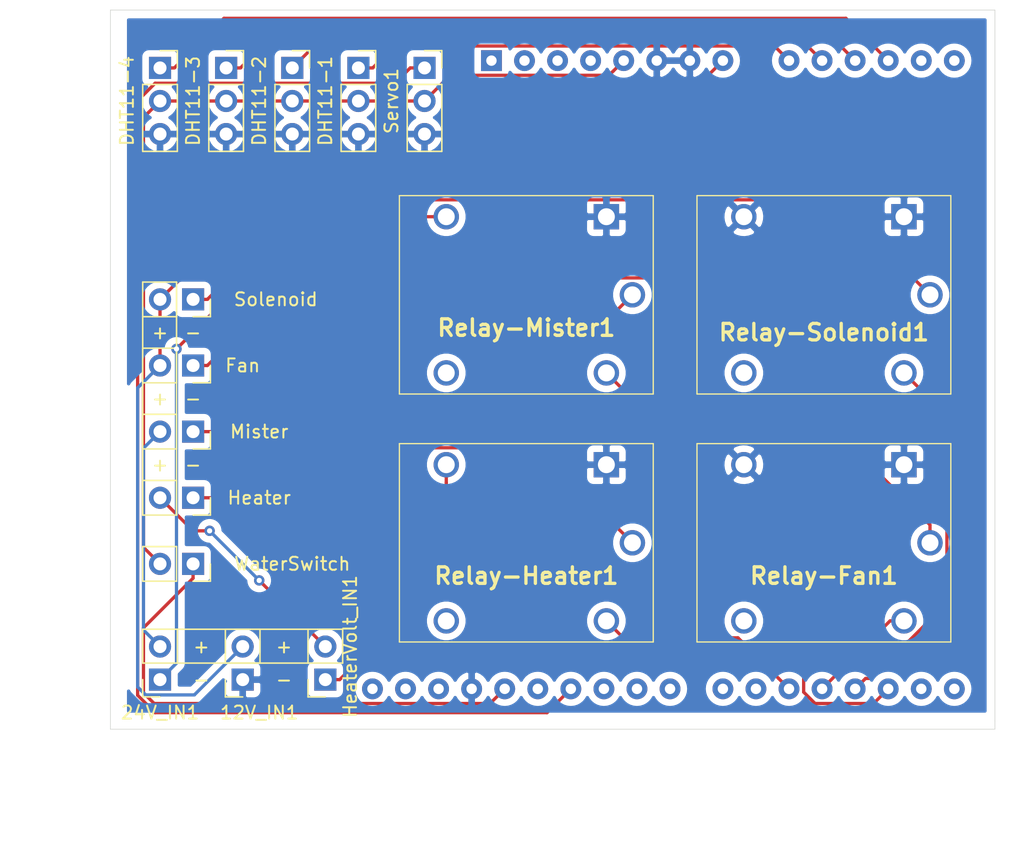
<source format=kicad_pcb>
(kicad_pcb (version 20171130) (host pcbnew "(5.1.2)-1")

  (general
    (thickness 1.6)
    (drawings 19)
    (tracks 103)
    (zones 0)
    (modules 18)
    (nets 43)
  )

  (page A4)
  (layers
    (0 F.Cu signal)
    (31 B.Cu signal)
    (32 B.Adhes user)
    (33 F.Adhes user)
    (34 B.Paste user)
    (35 F.Paste user)
    (36 B.SilkS user)
    (37 F.SilkS user)
    (38 B.Mask user)
    (39 F.Mask user)
    (40 Dwgs.User user)
    (41 Cmts.User user)
    (42 Eco1.User user)
    (43 Eco2.User user)
    (44 Edge.Cuts user)
    (45 Margin user)
    (46 B.CrtYd user)
    (47 F.CrtYd user)
    (48 B.Fab user)
    (49 F.Fab user)
  )

  (setup
    (last_trace_width 0.25)
    (trace_clearance 0.2)
    (zone_clearance 0.508)
    (zone_45_only no)
    (trace_min 0.2)
    (via_size 0.8)
    (via_drill 0.4)
    (via_min_size 0.4)
    (via_min_drill 0.3)
    (uvia_size 0.3)
    (uvia_drill 0.1)
    (uvias_allowed no)
    (uvia_min_size 0.2)
    (uvia_min_drill 0.1)
    (edge_width 0.05)
    (segment_width 0.2)
    (pcb_text_width 0.3)
    (pcb_text_size 1.5 1.5)
    (mod_edge_width 0.12)
    (mod_text_size 1 1)
    (mod_text_width 0.15)
    (pad_size 1.524 1.524)
    (pad_drill 0.762)
    (pad_to_mask_clearance 0.051)
    (solder_mask_min_width 0.25)
    (aux_axis_origin 0 0)
    (visible_elements 7FFFFFFF)
    (pcbplotparams
      (layerselection 0x010fc_ffffffff)
      (usegerberextensions false)
      (usegerberattributes false)
      (usegerberadvancedattributes false)
      (creategerberjobfile false)
      (excludeedgelayer true)
      (linewidth 0.100000)
      (plotframeref false)
      (viasonmask false)
      (mode 1)
      (useauxorigin false)
      (hpglpennumber 1)
      (hpglpenspeed 20)
      (hpglpendiameter 15.000000)
      (psnegative false)
      (psa4output false)
      (plotreference true)
      (plotvalue true)
      (plotinvisibletext false)
      (padsonsilk false)
      (subtractmaskfromsilk false)
      (outputformat 1)
      (mirror false)
      (drillshape 0)
      (scaleselection 1)
      (outputdirectory ""))
  )

  (net 0 "")
  (net 1 +12V)
  (net 2 +24V)
  (net 3 -24V)
  (net 4 "Net-(A1-Pad16)")
  (net 5 "Net-(A1-Pad15)")
  (net 6 "Net-(A1-Pad30)")
  (net 7 "Net-(A1-Pad14)")
  (net 8 "Net-(A1-Pad13)")
  (net 9 "Net-(A1-Pad28)")
  (net 10 "Net-(A1-Pad12)")
  (net 11 "Net-(A1-Pad27)")
  (net 12 "Net-(A1-Pad11)")
  (net 13 "Net-(A1-Pad26)")
  (net 14 "Net-(A1-Pad10)")
  (net 15 "Net-(A1-Pad25)")
  (net 16 "Net-(A1-Pad9)")
  (net 17 "Net-(A1-Pad24)")
  (net 18 "Net-(A1-Pad23)")
  (net 19 GND)
  (net 20 "Net-(A1-Pad22)")
  (net 21 "Net-(A1-Pad21)")
  (net 22 +5V)
  (net 23 "Net-(A1-Pad20)")
  (net 24 "Net-(A1-Pad4)")
  (net 25 "Net-(A1-Pad19)")
  (net 26 "Net-(A1-Pad3)")
  (net 27 "Net-(A1-Pad18)")
  (net 28 "Net-(A1-Pad2)")
  (net 29 "Net-(A1-Pad17)")
  (net 30 "Net-(A1-Pad1)")
  (net 31 "Net-(A1-Pad31)")
  (net 32 "Net-(A1-Pad32)")
  (net 33 "Net-(Connection-Fan1-Pad1)")
  (net 34 +HeaterVolt)
  (net 35 "Net-(Connection-Heater1-Pad1)")
  (net 36 "Net-(Connection-Mister1-Pad1)")
  (net 37 "Net-(Connection-Solenoid1-Pad1)")
  (net 38 -HeaterVolt)
  (net 39 "Net-(Relay-Fan1-Pad3)")
  (net 40 "Net-(Relay-Heater1-Pad3)")
  (net 41 "Net-(Relay-Mister1-Pad3)")
  (net 42 "Net-(Relay-Solenoid1-Pad3)")

  (net_class Default "This is the default net class."
    (clearance 0.2)
    (trace_width 0.25)
    (via_dia 0.8)
    (via_drill 0.4)
    (uvia_dia 0.3)
    (uvia_drill 0.1)
    (add_net +12V)
    (add_net +24V)
    (add_net +5V)
    (add_net +HeaterVolt)
    (add_net -24V)
    (add_net -HeaterVolt)
    (add_net GND)
    (add_net "Net-(A1-Pad1)")
    (add_net "Net-(A1-Pad10)")
    (add_net "Net-(A1-Pad11)")
    (add_net "Net-(A1-Pad12)")
    (add_net "Net-(A1-Pad13)")
    (add_net "Net-(A1-Pad14)")
    (add_net "Net-(A1-Pad15)")
    (add_net "Net-(A1-Pad16)")
    (add_net "Net-(A1-Pad17)")
    (add_net "Net-(A1-Pad18)")
    (add_net "Net-(A1-Pad19)")
    (add_net "Net-(A1-Pad2)")
    (add_net "Net-(A1-Pad20)")
    (add_net "Net-(A1-Pad21)")
    (add_net "Net-(A1-Pad22)")
    (add_net "Net-(A1-Pad23)")
    (add_net "Net-(A1-Pad24)")
    (add_net "Net-(A1-Pad25)")
    (add_net "Net-(A1-Pad26)")
    (add_net "Net-(A1-Pad27)")
    (add_net "Net-(A1-Pad28)")
    (add_net "Net-(A1-Pad3)")
    (add_net "Net-(A1-Pad30)")
    (add_net "Net-(A1-Pad31)")
    (add_net "Net-(A1-Pad32)")
    (add_net "Net-(A1-Pad4)")
    (add_net "Net-(A1-Pad9)")
    (add_net "Net-(Connection-Fan1-Pad1)")
    (add_net "Net-(Connection-Heater1-Pad1)")
    (add_net "Net-(Connection-Mister1-Pad1)")
    (add_net "Net-(Connection-Solenoid1-Pad1)")
    (add_net "Net-(Relay-Fan1-Pad3)")
    (add_net "Net-(Relay-Heater1-Pad3)")
    (add_net "Net-(Relay-Mister1-Pad3)")
    (add_net "Net-(Relay-Solenoid1-Pad3)")
  )

  (module 3rdParty_SamacSys_Parts:Arduino_UNO_R3_NoSilkS locked (layer F.Cu) (tedit 5ECDB1C5) (tstamp 5ECDFC29)
    (at 124.52 70.56)
    (descr "Arduino UNO R3, http://www.mouser.com/pdfdocs/Gravitech_Arduino_Nano3_0.pdf")
    (tags "Arduino UNO R3")
    (path /5ECDFBA9)
    (fp_text reference A1 (at 1.27 -3.81 180) (layer F.Fab)
      (effects (font (size 1 1) (thickness 0.15)))
    )
    (fp_text value Arduino_UNO_R3 (at 0 22.86) (layer F.Fab)
      (effects (font (size 1 1) (thickness 0.15)))
    )
    (fp_text user %R (at 0 20.32 180) (layer F.Fab)
      (effects (font (size 1 1) (thickness 0.15)))
    )
    (fp_line (start 38.35 -2.79) (end 38.35 0) (layer F.CrtYd) (width 0.05))
    (fp_line (start 38.35 0) (end 40.89 2.54) (layer F.CrtYd) (width 0.05))
    (fp_line (start 40.89 2.54) (end 40.89 35.31) (layer F.CrtYd) (width 0.05))
    (fp_line (start 40.89 35.31) (end 38.35 37.85) (layer F.CrtYd) (width 0.05))
    (fp_line (start 38.35 37.85) (end 38.35 49.28) (layer F.CrtYd) (width 0.05))
    (fp_line (start 38.35 49.28) (end 36.58 51.05) (layer F.CrtYd) (width 0.05))
    (fp_line (start 36.58 51.05) (end -28.19 51.05) (layer F.CrtYd) (width 0.05))
    (fp_line (start -28.19 51.05) (end -28.19 41.53) (layer F.CrtYd) (width 0.05))
    (fp_line (start -28.19 41.53) (end -34.54 41.53) (layer F.CrtYd) (width 0.05))
    (fp_line (start -34.54 41.53) (end -34.54 29.59) (layer F.CrtYd) (width 0.05))
    (fp_line (start -34.54 29.59) (end -28.19 29.59) (layer F.CrtYd) (width 0.05))
    (fp_line (start -28.19 29.59) (end -28.19 9.78) (layer F.CrtYd) (width 0.05))
    (fp_line (start -28.19 9.78) (end -30.1 9.78) (layer F.CrtYd) (width 0.05))
    (fp_line (start -30.1 9.78) (end -30.1 0.38) (layer F.CrtYd) (width 0.05))
    (fp_line (start -30.1 0.38) (end -28.19 0.38) (layer F.CrtYd) (width 0.05))
    (fp_line (start -28.19 0.38) (end -28.19 -2.79) (layer F.CrtYd) (width 0.05))
    (fp_line (start -28.19 -2.79) (end 38.35 -2.79) (layer F.CrtYd) (width 0.05))
    (fp_line (start -34.29 29.84) (end -18.41 29.84) (layer F.Fab) (width 0.1))
    (fp_line (start -18.41 29.84) (end -18.41 41.27) (layer F.Fab) (width 0.1))
    (fp_line (start -18.41 41.27) (end -34.29 41.27) (layer F.Fab) (width 0.1))
    (fp_line (start -34.29 41.27) (end -34.29 29.84) (layer F.Fab) (width 0.1))
    (fp_line (start -29.84 0.64) (end -16.51 0.64) (layer F.Fab) (width 0.1))
    (fp_line (start -16.51 0.64) (end -16.51 9.53) (layer F.Fab) (width 0.1))
    (fp_line (start -16.51 9.53) (end -29.84 9.53) (layer F.Fab) (width 0.1))
    (fp_line (start -29.84 9.53) (end -29.84 0.64) (layer F.Fab) (width 0.1))
    (fp_line (start 38.1 37.85) (end 38.1 49.28) (layer F.Fab) (width 0.1))
    (fp_line (start 40.64 2.54) (end 40.64 35.31) (layer F.Fab) (width 0.1))
    (fp_line (start 40.64 35.31) (end 38.1 37.85) (layer F.Fab) (width 0.1))
    (fp_line (start 38.1 -2.54) (end 38.1 0) (layer F.Fab) (width 0.1))
    (fp_line (start 38.1 0) (end 40.64 2.54) (layer F.Fab) (width 0.1))
    (fp_line (start 38.1 49.28) (end 36.58 50.8) (layer F.Fab) (width 0.1))
    (fp_line (start 36.58 50.8) (end -27.94 50.8) (layer F.Fab) (width 0.1))
    (fp_line (start -27.94 50.8) (end -27.94 -2.54) (layer F.Fab) (width 0.1))
    (fp_line (start -27.94 -2.54) (end 38.1 -2.54) (layer F.Fab) (width 0.1))
    (pad 32 thru_hole oval (at -9.14 48.26 90) (size 1.6 1.6) (drill 0.8) (layers *.Cu *.Mask)
      (net 32 "Net-(A1-Pad32)"))
    (pad 31 thru_hole oval (at -6.6 48.26 90) (size 1.6 1.6) (drill 0.8) (layers *.Cu *.Mask)
      (net 31 "Net-(A1-Pad31)"))
    (pad 1 thru_hole rect (at 0 0 90) (size 1.6 1.6) (drill 0.8) (layers *.Cu *.Mask)
      (net 30 "Net-(A1-Pad1)"))
    (pad 17 thru_hole oval (at 30.48 48.26 90) (size 1.6 1.6) (drill 0.8) (layers *.Cu *.Mask)
      (net 29 "Net-(A1-Pad17)"))
    (pad 2 thru_hole oval (at 2.54 0 90) (size 1.6 1.6) (drill 0.8) (layers *.Cu *.Mask)
      (net 28 "Net-(A1-Pad2)"))
    (pad 18 thru_hole oval (at 27.94 48.26 90) (size 1.6 1.6) (drill 0.8) (layers *.Cu *.Mask)
      (net 27 "Net-(A1-Pad18)"))
    (pad 3 thru_hole oval (at 5.08 0 90) (size 1.6 1.6) (drill 0.8) (layers *.Cu *.Mask)
      (net 26 "Net-(A1-Pad3)"))
    (pad 19 thru_hole oval (at 25.4 48.26 90) (size 1.6 1.6) (drill 0.8) (layers *.Cu *.Mask)
      (net 25 "Net-(A1-Pad19)"))
    (pad 4 thru_hole oval (at 7.62 0 90) (size 1.6 1.6) (drill 0.8) (layers *.Cu *.Mask)
      (net 24 "Net-(A1-Pad4)"))
    (pad 20 thru_hole oval (at 22.86 48.26 90) (size 1.6 1.6) (drill 0.8) (layers *.Cu *.Mask)
      (net 23 "Net-(A1-Pad20)"))
    (pad 5 thru_hole oval (at 10.16 0 90) (size 1.6 1.6) (drill 0.8) (layers *.Cu *.Mask)
      (net 22 +5V))
    (pad 21 thru_hole oval (at 20.32 48.26 90) (size 1.6 1.6) (drill 0.8) (layers *.Cu *.Mask)
      (net 21 "Net-(A1-Pad21)"))
    (pad 6 thru_hole oval (at 12.7 0 90) (size 1.6 1.6) (drill 0.8) (layers *.Cu *.Mask)
      (net 19 GND))
    (pad 22 thru_hole oval (at 17.78 48.26 90) (size 1.6 1.6) (drill 0.8) (layers *.Cu *.Mask)
      (net 20 "Net-(A1-Pad22)"))
    (pad 7 thru_hole oval (at 15.24 0 90) (size 1.6 1.6) (drill 0.8) (layers *.Cu *.Mask)
      (net 19 GND))
    (pad 23 thru_hole oval (at 13.72 48.26 90) (size 1.6 1.6) (drill 0.8) (layers *.Cu *.Mask)
      (net 18 "Net-(A1-Pad23)"))
    (pad 8 thru_hole oval (at 17.78 0 90) (size 1.6 1.6) (drill 0.8) (layers *.Cu *.Mask)
      (net 1 +12V))
    (pad 24 thru_hole oval (at 11.18 48.26 90) (size 1.6 1.6) (drill 0.8) (layers *.Cu *.Mask)
      (net 17 "Net-(A1-Pad24)"))
    (pad 9 thru_hole oval (at 22.86 0 90) (size 1.6 1.6) (drill 0.8) (layers *.Cu *.Mask)
      (net 16 "Net-(A1-Pad9)"))
    (pad 25 thru_hole oval (at 8.64 48.26 90) (size 1.6 1.6) (drill 0.8) (layers *.Cu *.Mask)
      (net 15 "Net-(A1-Pad25)"))
    (pad 10 thru_hole oval (at 25.4 0 90) (size 1.6 1.6) (drill 0.8) (layers *.Cu *.Mask)
      (net 14 "Net-(A1-Pad10)"))
    (pad 26 thru_hole oval (at 6.1 48.26 90) (size 1.6 1.6) (drill 0.8) (layers *.Cu *.Mask)
      (net 13 "Net-(A1-Pad26)"))
    (pad 11 thru_hole oval (at 27.94 0 90) (size 1.6 1.6) (drill 0.8) (layers *.Cu *.Mask)
      (net 12 "Net-(A1-Pad11)"))
    (pad 27 thru_hole oval (at 3.56 48.26 90) (size 1.6 1.6) (drill 0.8) (layers *.Cu *.Mask)
      (net 11 "Net-(A1-Pad27)"))
    (pad 12 thru_hole oval (at 30.48 0 90) (size 1.6 1.6) (drill 0.8) (layers *.Cu *.Mask)
      (net 10 "Net-(A1-Pad12)"))
    (pad 28 thru_hole oval (at 1.02 48.26 90) (size 1.6 1.6) (drill 0.8) (layers *.Cu *.Mask)
      (net 9 "Net-(A1-Pad28)"))
    (pad 13 thru_hole oval (at 33.02 0 90) (size 1.6 1.6) (drill 0.8) (layers *.Cu *.Mask)
      (net 8 "Net-(A1-Pad13)"))
    (pad 29 thru_hole oval (at -1.52 48.26 90) (size 1.6 1.6) (drill 0.8) (layers *.Cu *.Mask)
      (net 19 GND))
    (pad 14 thru_hole oval (at 35.56 0 90) (size 1.6 1.6) (drill 0.8) (layers *.Cu *.Mask)
      (net 7 "Net-(A1-Pad14)"))
    (pad 30 thru_hole oval (at -4.06 48.26 90) (size 1.6 1.6) (drill 0.8) (layers *.Cu *.Mask)
      (net 6 "Net-(A1-Pad30)"))
    (pad 15 thru_hole oval (at 35.56 48.26 90) (size 1.6 1.6) (drill 0.8) (layers *.Cu *.Mask)
      (net 5 "Net-(A1-Pad15)"))
    (pad 16 thru_hole oval (at 33.02 48.26 90) (size 1.6 1.6) (drill 0.8) (layers *.Cu *.Mask)
      (net 4 "Net-(A1-Pad16)"))
    (model ${KISYS3DMOD}/Module.3dshapes/Arduino_UNO_R3.wrl
      (at (xyz 0 0 0))
      (scale (xyz 1 1 1))
      (rotate (xyz 0 0 0))
    )
  )

  (module 3rdParty_SamacSys_Parts:JQC3FT731Z12VDC (layer F.Cu) (tedit 0) (tstamp 5ECDFD1F)
    (at 156.21 101.6 180)
    (descr "JQC-3F-(T73)-1Z-12VDC-1")
    (tags "Relay or Contactor")
    (path /5ECED196)
    (fp_text reference Relay-Fan1 (at 6.15 -8.54) (layer F.SilkS)
      (effects (font (size 1.27 1.27) (thickness 0.254)))
    )
    (fp_text value JQC-3F-_T73_-1Z-12VDC (at 6.15 -6) (layer F.SilkS) hide
      (effects (font (size 1.27 1.27) (thickness 0.254)))
    )
    (fp_line (start -4.6 2.62) (end -4.6 -14.62) (layer F.CrtYd) (width 0.1))
    (fp_line (start 16.9 2.62) (end -4.6 2.62) (layer F.CrtYd) (width 0.1))
    (fp_line (start 16.9 -14.62) (end 16.9 2.62) (layer F.CrtYd) (width 0.1))
    (fp_line (start -4.6 -14.62) (end 16.9 -14.62) (layer F.CrtYd) (width 0.1))
    (fp_line (start -3.6 1.62) (end -3.6 -13.62) (layer F.SilkS) (width 0.1))
    (fp_line (start 15.9 1.62) (end -3.6 1.62) (layer F.SilkS) (width 0.1))
    (fp_line (start 15.9 -13.62) (end 15.9 1.62) (layer F.SilkS) (width 0.1))
    (fp_line (start -3.6 -13.62) (end 15.9 -13.62) (layer F.SilkS) (width 0.1))
    (fp_line (start -3.6 1.62) (end -3.6 -13.62) (layer F.Fab) (width 0.2))
    (fp_line (start 15.9 1.62) (end -3.6 1.62) (layer F.Fab) (width 0.2))
    (fp_line (start 15.9 -13.62) (end 15.9 1.62) (layer F.Fab) (width 0.2))
    (fp_line (start -3.6 -13.62) (end 15.9 -13.62) (layer F.Fab) (width 0.2))
    (fp_text user %R (at 6.15 -8.54) (layer F.Fab)
      (effects (font (size 1.27 1.27) (thickness 0.254)))
    )
    (pad 5 thru_hole circle (at -2 -6 180) (size 1.95 1.95) (drill 1.3) (layers *.Cu *.Mask)
      (net 33 "Net-(Connection-Fan1-Pad1)"))
    (pad 4 thru_hole circle (at 0 -12 180) (size 1.95 1.95) (drill 1.3) (layers *.Cu *.Mask)
      (net 25 "Net-(A1-Pad19)"))
    (pad 3 thru_hole circle (at 12.3 -12 180) (size 1.95 1.95) (drill 1.3) (layers *.Cu *.Mask)
      (net 39 "Net-(Relay-Fan1-Pad3)"))
    (pad 2 thru_hole circle (at 12.3 0 180) (size 1.95 1.95) (drill 1.3) (layers *.Cu *.Mask)
      (net 19 GND))
    (pad 1 thru_hole rect (at 0 0 180) (size 1.95 1.95) (drill 1.3) (layers *.Cu *.Mask)
      (net 19 GND))
    (model D:\Circuits_PCBs\KiCad_3rdParty_Footprints\SamacSys_Parts.3dshapes\JQC-3F-_T73_-1Z-12VDC.stp
      (at (xyz 0 0 0))
      (scale (xyz 1 1 1))
      (rotate (xyz 0 0 0))
    )
  )

  (module 3rdParty_SamacSys_Parts:JQC3FT731Z12VDC (layer F.Cu) (tedit 0) (tstamp 5ECE8FFB)
    (at 156.21 82.55 180)
    (descr "JQC-3F-(T73)-1Z-12VDC-1")
    (tags "Relay or Contactor")
    (path /5ECDDE2D)
    (fp_text reference Relay-Solenoid1 (at 6.15 -8.89) (layer F.SilkS)
      (effects (font (size 1.27 1.27) (thickness 0.254)))
    )
    (fp_text value JQC-3F-_T73_-1Z-12VDC (at 6.15 -6) (layer F.SilkS) hide
      (effects (font (size 1.27 1.27) (thickness 0.254)))
    )
    (fp_line (start -4.6 2.62) (end -4.6 -14.62) (layer F.CrtYd) (width 0.1))
    (fp_line (start 16.9 2.62) (end -4.6 2.62) (layer F.CrtYd) (width 0.1))
    (fp_line (start 16.9 -14.62) (end 16.9 2.62) (layer F.CrtYd) (width 0.1))
    (fp_line (start -4.6 -14.62) (end 16.9 -14.62) (layer F.CrtYd) (width 0.1))
    (fp_line (start -3.6 1.62) (end -3.6 -13.62) (layer F.SilkS) (width 0.1))
    (fp_line (start 15.9 1.62) (end -3.6 1.62) (layer F.SilkS) (width 0.1))
    (fp_line (start 15.9 -13.62) (end 15.9 1.62) (layer F.SilkS) (width 0.1))
    (fp_line (start -3.6 -13.62) (end 15.9 -13.62) (layer F.SilkS) (width 0.1))
    (fp_line (start -3.6 1.62) (end -3.6 -13.62) (layer F.Fab) (width 0.2))
    (fp_line (start 15.9 1.62) (end -3.6 1.62) (layer F.Fab) (width 0.2))
    (fp_line (start 15.9 -13.62) (end 15.9 1.62) (layer F.Fab) (width 0.2))
    (fp_line (start -3.6 -13.62) (end 15.9 -13.62) (layer F.Fab) (width 0.2))
    (fp_text user %R (at 6.15 -8.89) (layer F.Fab)
      (effects (font (size 1.27 1.27) (thickness 0.254)))
    )
    (pad 5 thru_hole circle (at -2 -6 180) (size 1.95 1.95) (drill 1.3) (layers *.Cu *.Mask)
      (net 37 "Net-(Connection-Solenoid1-Pad1)"))
    (pad 4 thru_hole circle (at 0 -12 180) (size 1.95 1.95) (drill 1.3) (layers *.Cu *.Mask)
      (net 27 "Net-(A1-Pad18)"))
    (pad 3 thru_hole circle (at 12.3 -12 180) (size 1.95 1.95) (drill 1.3) (layers *.Cu *.Mask)
      (net 42 "Net-(Relay-Solenoid1-Pad3)"))
    (pad 2 thru_hole circle (at 12.3 0 180) (size 1.95 1.95) (drill 1.3) (layers *.Cu *.Mask)
      (net 19 GND))
    (pad 1 thru_hole rect (at 0 0 180) (size 1.95 1.95) (drill 1.3) (layers *.Cu *.Mask)
      (net 19 GND))
    (model D:\Circuits_PCBs\KiCad_3rdParty_Footprints\SamacSys_Parts.3dshapes\JQC-3F-_T73_-1Z-12VDC.stp
      (at (xyz 0 0 0))
      (scale (xyz 1 1 1))
      (rotate (xyz 0 0 0))
    )
  )

  (module Connector_PinSocket_2.54mm:PinSocket_1x02_P2.54mm_Vertical (layer F.Cu) (tedit 5A19A420) (tstamp 5ECDFC97)
    (at 101.6 109.22 270)
    (descr "Through hole straight socket strip, 1x02, 2.54mm pitch, single row (from Kicad 4.0.7), script generated")
    (tags "Through hole socket strip THT 1x02 2.54mm single row")
    (path /5ECF6217)
    (fp_text reference WaterSwitch (at 0 -7.62 180) (layer F.SilkS)
      (effects (font (size 1 1) (thickness 0.15)))
    )
    (fp_text value Conn_01x02 (at 0 10.16 180) (layer F.Fab)
      (effects (font (size 1 1) (thickness 0.15)))
    )
    (fp_text user %R (at 0 -7.62) (layer F.Fab)
      (effects (font (size 1 1) (thickness 0.15)))
    )
    (fp_line (start -1.8 4.3) (end -1.8 -1.8) (layer F.CrtYd) (width 0.05))
    (fp_line (start 1.75 4.3) (end -1.8 4.3) (layer F.CrtYd) (width 0.05))
    (fp_line (start 1.75 -1.8) (end 1.75 4.3) (layer F.CrtYd) (width 0.05))
    (fp_line (start -1.8 -1.8) (end 1.75 -1.8) (layer F.CrtYd) (width 0.05))
    (fp_line (start 0 -1.33) (end 1.33 -1.33) (layer F.SilkS) (width 0.12))
    (fp_line (start 1.33 -1.33) (end 1.33 0) (layer F.SilkS) (width 0.12))
    (fp_line (start 1.33 1.27) (end 1.33 3.87) (layer F.SilkS) (width 0.12))
    (fp_line (start -1.33 3.87) (end 1.33 3.87) (layer F.SilkS) (width 0.12))
    (fp_line (start -1.33 1.27) (end -1.33 3.87) (layer F.SilkS) (width 0.12))
    (fp_line (start -1.33 1.27) (end 1.33 1.27) (layer F.SilkS) (width 0.12))
    (fp_line (start -1.27 3.81) (end -1.27 -1.27) (layer F.Fab) (width 0.1))
    (fp_line (start 1.27 3.81) (end -1.27 3.81) (layer F.Fab) (width 0.1))
    (fp_line (start 1.27 -0.635) (end 1.27 3.81) (layer F.Fab) (width 0.1))
    (fp_line (start 0.635 -1.27) (end 1.27 -0.635) (layer F.Fab) (width 0.1))
    (fp_line (start -1.27 -1.27) (end 0.635 -1.27) (layer F.Fab) (width 0.1))
    (pad 2 thru_hole oval (at 0 2.54 270) (size 1.7 1.7) (drill 1) (layers *.Cu *.Mask)
      (net 22 +5V))
    (pad 1 thru_hole rect (at 0 0 270) (size 1.7 1.7) (drill 1) (layers *.Cu *.Mask)
      (net 9 "Net-(A1-Pad28)"))
    (model ${KISYS3DMOD}/Connector_PinSocket_2.54mm.3dshapes/PinSocket_1x02_P2.54mm_Vertical.wrl
      (at (xyz 0 0 0))
      (scale (xyz 1 1 1))
      (rotate (xyz 0 0 0))
    )
  )

  (module Connector_PinSocket_2.54mm:PinSocket_1x03_P2.54mm_Vertical (layer F.Cu) (tedit 5A19A429) (tstamp 5ECDFD78)
    (at 119.38 71.12)
    (descr "Through hole straight socket strip, 1x03, 2.54mm pitch, single row (from Kicad 4.0.7), script generated")
    (tags "Through hole socket strip THT 1x03 2.54mm single row")
    (path /5ECF31BF)
    (fp_text reference Servo1 (at -2.54 2.54 90) (layer F.SilkS)
      (effects (font (size 1 1) (thickness 0.15)))
    )
    (fp_text value Conn_01x03 (at 0 7.85) (layer F.Fab)
      (effects (font (size 1 1) (thickness 0.15)))
    )
    (fp_text user %R (at 0 2.54 90) (layer F.Fab)
      (effects (font (size 1 1) (thickness 0.15)))
    )
    (fp_line (start -1.8 6.85) (end -1.8 -1.8) (layer F.CrtYd) (width 0.05))
    (fp_line (start 1.75 6.85) (end -1.8 6.85) (layer F.CrtYd) (width 0.05))
    (fp_line (start 1.75 -1.8) (end 1.75 6.85) (layer F.CrtYd) (width 0.05))
    (fp_line (start -1.8 -1.8) (end 1.75 -1.8) (layer F.CrtYd) (width 0.05))
    (fp_line (start 0 -1.33) (end 1.33 -1.33) (layer F.SilkS) (width 0.12))
    (fp_line (start 1.33 -1.33) (end 1.33 0) (layer F.SilkS) (width 0.12))
    (fp_line (start 1.33 1.27) (end 1.33 6.41) (layer F.SilkS) (width 0.12))
    (fp_line (start -1.33 6.41) (end 1.33 6.41) (layer F.SilkS) (width 0.12))
    (fp_line (start -1.33 1.27) (end -1.33 6.41) (layer F.SilkS) (width 0.12))
    (fp_line (start -1.33 1.27) (end 1.33 1.27) (layer F.SilkS) (width 0.12))
    (fp_line (start -1.27 6.35) (end -1.27 -1.27) (layer F.Fab) (width 0.1))
    (fp_line (start 1.27 6.35) (end -1.27 6.35) (layer F.Fab) (width 0.1))
    (fp_line (start 1.27 -0.635) (end 1.27 6.35) (layer F.Fab) (width 0.1))
    (fp_line (start 0.635 -1.27) (end 1.27 -0.635) (layer F.Fab) (width 0.1))
    (fp_line (start -1.27 -1.27) (end 0.635 -1.27) (layer F.Fab) (width 0.1))
    (pad 3 thru_hole oval (at 0 5.08) (size 1.7 1.7) (drill 1) (layers *.Cu *.Mask)
      (net 19 GND))
    (pad 2 thru_hole oval (at 0 2.54) (size 1.7 1.7) (drill 1) (layers *.Cu *.Mask)
      (net 22 +5V))
    (pad 1 thru_hole rect (at 0 0) (size 1.7 1.7) (drill 1) (layers *.Cu *.Mask)
      (net 13 "Net-(A1-Pad26)"))
    (model ${KISYS3DMOD}/Connector_PinSocket_2.54mm.3dshapes/PinSocket_1x03_P2.54mm_Vertical.wrl
      (at (xyz 0 0 0))
      (scale (xyz 1 1 1))
      (rotate (xyz 0 0 0))
    )
  )

  (module 3rdParty_SamacSys_Parts:JQC3FT731Z12VDC (layer F.Cu) (tedit 0) (tstamp 5ECDFD4B)
    (at 133.35 82.55 180)
    (descr "JQC-3F-(T73)-1Z-12VDC-1")
    (tags "Relay or Contactor")
    (path /5ECEC9FC)
    (fp_text reference Relay-Mister1 (at 6.15 -8.54) (layer F.SilkS)
      (effects (font (size 1.27 1.27) (thickness 0.254)))
    )
    (fp_text value JQC-3F-_T73_-1Z-12VDC (at 6.15 -6) (layer F.SilkS) hide
      (effects (font (size 1.27 1.27) (thickness 0.254)))
    )
    (fp_line (start -4.6 2.62) (end -4.6 -14.62) (layer F.CrtYd) (width 0.1))
    (fp_line (start 16.9 2.62) (end -4.6 2.62) (layer F.CrtYd) (width 0.1))
    (fp_line (start 16.9 -14.62) (end 16.9 2.62) (layer F.CrtYd) (width 0.1))
    (fp_line (start -4.6 -14.62) (end 16.9 -14.62) (layer F.CrtYd) (width 0.1))
    (fp_line (start -3.6 1.62) (end -3.6 -13.62) (layer F.SilkS) (width 0.1))
    (fp_line (start 15.9 1.62) (end -3.6 1.62) (layer F.SilkS) (width 0.1))
    (fp_line (start 15.9 -13.62) (end 15.9 1.62) (layer F.SilkS) (width 0.1))
    (fp_line (start -3.6 -13.62) (end 15.9 -13.62) (layer F.SilkS) (width 0.1))
    (fp_line (start -3.6 1.62) (end -3.6 -13.62) (layer F.Fab) (width 0.2))
    (fp_line (start 15.9 1.62) (end -3.6 1.62) (layer F.Fab) (width 0.2))
    (fp_line (start 15.9 -13.62) (end 15.9 1.62) (layer F.Fab) (width 0.2))
    (fp_line (start -3.6 -13.62) (end 15.9 -13.62) (layer F.Fab) (width 0.2))
    (fp_text user %R (at 6.15 -8.54) (layer F.Fab)
      (effects (font (size 1.27 1.27) (thickness 0.254)))
    )
    (pad 5 thru_hole circle (at -2 -6 180) (size 1.95 1.95) (drill 1.3) (layers *.Cu *.Mask)
      (net 36 "Net-(Connection-Mister1-Pad1)"))
    (pad 4 thru_hole circle (at 0 -12 180) (size 1.95 1.95) (drill 1.3) (layers *.Cu *.Mask)
      (net 29 "Net-(A1-Pad17)"))
    (pad 3 thru_hole circle (at 12.3 -12 180) (size 1.95 1.95) (drill 1.3) (layers *.Cu *.Mask)
      (net 41 "Net-(Relay-Mister1-Pad3)"))
    (pad 2 thru_hole circle (at 12.3 0 180) (size 1.95 1.95) (drill 1.3) (layers *.Cu *.Mask)
      (net 3 -24V))
    (pad 1 thru_hole rect (at 0 0 180) (size 1.95 1.95) (drill 1.3) (layers *.Cu *.Mask)
      (net 19 GND))
    (model D:\Circuits_PCBs\KiCad_3rdParty_Footprints\SamacSys_Parts.3dshapes\JQC-3F-_T73_-1Z-12VDC.stp
      (at (xyz 0 0 0))
      (scale (xyz 1 1 1))
      (rotate (xyz 0 0 0))
    )
  )

  (module 3rdParty_SamacSys_Parts:JQC3FT731Z12VDC (layer F.Cu) (tedit 0) (tstamp 5ECDFD35)
    (at 133.35 101.6 180)
    (descr "JQC-3F-(T73)-1Z-12VDC-1")
    (tags "Relay or Contactor")
    (path /5ECF97A8)
    (fp_text reference Relay-Heater1 (at 6.15 -8.54) (layer F.SilkS)
      (effects (font (size 1.27 1.27) (thickness 0.254)))
    )
    (fp_text value JQC-3F-_T73_-1Z-12VDC (at 6.15 -6) (layer F.SilkS) hide
      (effects (font (size 1.27 1.27) (thickness 0.254)))
    )
    (fp_line (start -4.6 2.62) (end -4.6 -14.62) (layer F.CrtYd) (width 0.1))
    (fp_line (start 16.9 2.62) (end -4.6 2.62) (layer F.CrtYd) (width 0.1))
    (fp_line (start 16.9 -14.62) (end 16.9 2.62) (layer F.CrtYd) (width 0.1))
    (fp_line (start -4.6 -14.62) (end 16.9 -14.62) (layer F.CrtYd) (width 0.1))
    (fp_line (start -3.6 1.62) (end -3.6 -13.62) (layer F.SilkS) (width 0.1))
    (fp_line (start 15.9 1.62) (end -3.6 1.62) (layer F.SilkS) (width 0.1))
    (fp_line (start 15.9 -13.62) (end 15.9 1.62) (layer F.SilkS) (width 0.1))
    (fp_line (start -3.6 -13.62) (end 15.9 -13.62) (layer F.SilkS) (width 0.1))
    (fp_line (start -3.6 1.62) (end -3.6 -13.62) (layer F.Fab) (width 0.2))
    (fp_line (start 15.9 1.62) (end -3.6 1.62) (layer F.Fab) (width 0.2))
    (fp_line (start 15.9 -13.62) (end 15.9 1.62) (layer F.Fab) (width 0.2))
    (fp_line (start -3.6 -13.62) (end 15.9 -13.62) (layer F.Fab) (width 0.2))
    (fp_text user %R (at 6.15 -8.54) (layer F.Fab)
      (effects (font (size 1.27 1.27) (thickness 0.254)))
    )
    (pad 5 thru_hole circle (at -2 -6 180) (size 1.95 1.95) (drill 1.3) (layers *.Cu *.Mask)
      (net 35 "Net-(Connection-Heater1-Pad1)"))
    (pad 4 thru_hole circle (at 0 -12 180) (size 1.95 1.95) (drill 1.3) (layers *.Cu *.Mask)
      (net 23 "Net-(A1-Pad20)"))
    (pad 3 thru_hole circle (at 12.3 -12 180) (size 1.95 1.95) (drill 1.3) (layers *.Cu *.Mask)
      (net 40 "Net-(Relay-Heater1-Pad3)"))
    (pad 2 thru_hole circle (at 12.3 0 180) (size 1.95 1.95) (drill 1.3) (layers *.Cu *.Mask)
      (net 38 -HeaterVolt))
    (pad 1 thru_hole rect (at 0 0 180) (size 1.95 1.95) (drill 1.3) (layers *.Cu *.Mask)
      (net 19 GND))
    (model D:\Circuits_PCBs\KiCad_3rdParty_Footprints\SamacSys_Parts.3dshapes\JQC-3F-_T73_-1Z-12VDC.stp
      (at (xyz 0 0 0))
      (scale (xyz 1 1 1))
      (rotate (xyz 0 0 0))
    )
  )

  (module Connector_PinSocket_2.54mm:PinSocket_1x02_P2.54mm_Vertical (layer F.Cu) (tedit 5A19A420) (tstamp 5ECDFD09)
    (at 111.76 118.11 180)
    (descr "Through hole straight socket strip, 1x02, 2.54mm pitch, single row (from Kicad 4.0.7), script generated")
    (tags "Through hole socket strip THT 1x02 2.54mm single row")
    (path /5ED01914)
    (fp_text reference HeaterVolt_IN1 (at -1.905 2.54 90) (layer F.SilkS)
      (effects (font (size 1 1) (thickness 0.15)))
    )
    (fp_text value Conn_01x02 (at 0 -8.89 90) (layer F.Fab)
      (effects (font (size 1 1) (thickness 0.15)))
    )
    (fp_line (start -1.27 -1.27) (end 0.635 -1.27) (layer F.Fab) (width 0.1))
    (fp_line (start 0.635 -1.27) (end 1.27 -0.635) (layer F.Fab) (width 0.1))
    (fp_line (start 1.27 -0.635) (end 1.27 3.81) (layer F.Fab) (width 0.1))
    (fp_line (start 1.27 3.81) (end -1.27 3.81) (layer F.Fab) (width 0.1))
    (fp_line (start -1.27 3.81) (end -1.27 -1.27) (layer F.Fab) (width 0.1))
    (fp_line (start -1.33 1.27) (end 1.33 1.27) (layer F.SilkS) (width 0.12))
    (fp_line (start -1.33 1.27) (end -1.33 3.87) (layer F.SilkS) (width 0.12))
    (fp_line (start -1.33 3.87) (end 1.33 3.87) (layer F.SilkS) (width 0.12))
    (fp_line (start 1.33 1.27) (end 1.33 3.87) (layer F.SilkS) (width 0.12))
    (fp_line (start 1.33 -1.33) (end 1.33 0) (layer F.SilkS) (width 0.12))
    (fp_line (start 0 -1.33) (end 1.33 -1.33) (layer F.SilkS) (width 0.12))
    (fp_line (start -1.8 -1.8) (end 1.75 -1.8) (layer F.CrtYd) (width 0.05))
    (fp_line (start 1.75 -1.8) (end 1.75 4.3) (layer F.CrtYd) (width 0.05))
    (fp_line (start 1.75 4.3) (end -1.8 4.3) (layer F.CrtYd) (width 0.05))
    (fp_line (start -1.8 4.3) (end -1.8 -1.8) (layer F.CrtYd) (width 0.05))
    (fp_text user %R (at -1.905 2.54 90) (layer F.Fab)
      (effects (font (size 1 1) (thickness 0.15)))
    )
    (pad 1 thru_hole rect (at 0 0 180) (size 1.7 1.7) (drill 1) (layers *.Cu *.Mask)
      (net 38 -HeaterVolt))
    (pad 2 thru_hole oval (at 0 2.54 180) (size 1.7 1.7) (drill 1) (layers *.Cu *.Mask)
      (net 34 +HeaterVolt))
    (model ${KISYS3DMOD}/Connector_PinSocket_2.54mm.3dshapes/PinSocket_1x02_P2.54mm_Vertical.wrl
      (at (xyz 0 0 0))
      (scale (xyz 1 1 1))
      (rotate (xyz 0 0 0))
    )
  )

  (module Connector_PinSocket_2.54mm:PinSocket_1x03_P2.54mm_Vertical locked (layer F.Cu) (tedit 5A19A429) (tstamp 5ECDFCF3)
    (at 99.06 71.12)
    (descr "Through hole straight socket strip, 1x03, 2.54mm pitch, single row (from Kicad 4.0.7), script generated")
    (tags "Through hole socket strip THT 1x03 2.54mm single row")
    (path /5ECF6074)
    (fp_text reference DHT11-4 (at -2.54 2.54 90) (layer F.SilkS)
      (effects (font (size 1 1) (thickness 0.15)))
    )
    (fp_text value Conn_01x03 (at 0 7.85) (layer F.Fab)
      (effects (font (size 1 1) (thickness 0.15)))
    )
    (fp_text user %R (at 0 2.54 90) (layer F.Fab)
      (effects (font (size 1 1) (thickness 0.15)))
    )
    (fp_line (start -1.8 6.85) (end -1.8 -1.8) (layer F.CrtYd) (width 0.05))
    (fp_line (start 1.75 6.85) (end -1.8 6.85) (layer F.CrtYd) (width 0.05))
    (fp_line (start 1.75 -1.8) (end 1.75 6.85) (layer F.CrtYd) (width 0.05))
    (fp_line (start -1.8 -1.8) (end 1.75 -1.8) (layer F.CrtYd) (width 0.05))
    (fp_line (start 0 -1.33) (end 1.33 -1.33) (layer F.SilkS) (width 0.12))
    (fp_line (start 1.33 -1.33) (end 1.33 0) (layer F.SilkS) (width 0.12))
    (fp_line (start 1.33 1.27) (end 1.33 6.41) (layer F.SilkS) (width 0.12))
    (fp_line (start -1.33 6.41) (end 1.33 6.41) (layer F.SilkS) (width 0.12))
    (fp_line (start -1.33 1.27) (end -1.33 6.41) (layer F.SilkS) (width 0.12))
    (fp_line (start -1.33 1.27) (end 1.33 1.27) (layer F.SilkS) (width 0.12))
    (fp_line (start -1.27 6.35) (end -1.27 -1.27) (layer F.Fab) (width 0.1))
    (fp_line (start 1.27 6.35) (end -1.27 6.35) (layer F.Fab) (width 0.1))
    (fp_line (start 1.27 -0.635) (end 1.27 6.35) (layer F.Fab) (width 0.1))
    (fp_line (start 0.635 -1.27) (end 1.27 -0.635) (layer F.Fab) (width 0.1))
    (fp_line (start -1.27 -1.27) (end 0.635 -1.27) (layer F.Fab) (width 0.1))
    (pad 3 thru_hole oval (at 0 5.08) (size 1.7 1.7) (drill 1) (layers *.Cu *.Mask)
      (net 19 GND))
    (pad 2 thru_hole oval (at 0 2.54) (size 1.7 1.7) (drill 1) (layers *.Cu *.Mask)
      (net 22 +5V))
    (pad 1 thru_hole rect (at 0 0) (size 1.7 1.7) (drill 1) (layers *.Cu *.Mask)
      (net 10 "Net-(A1-Pad12)"))
    (model ${KISYS3DMOD}/Connector_PinSocket_2.54mm.3dshapes/PinSocket_1x03_P2.54mm_Vertical.wrl
      (at (xyz 0 0 0))
      (scale (xyz 1 1 1))
      (rotate (xyz 0 0 0))
    )
  )

  (module Connector_PinSocket_2.54mm:PinSocket_1x03_P2.54mm_Vertical (layer F.Cu) (tedit 5A19A429) (tstamp 5ECDFCDC)
    (at 104.14 71.12)
    (descr "Through hole straight socket strip, 1x03, 2.54mm pitch, single row (from Kicad 4.0.7), script generated")
    (tags "Through hole socket strip THT 1x03 2.54mm single row")
    (path /5ECF4DC7)
    (fp_text reference DHT11-3 (at -2.54 2.54 90) (layer F.SilkS)
      (effects (font (size 1 1) (thickness 0.15)))
    )
    (fp_text value Conn_01x03 (at 0 7.85) (layer F.Fab)
      (effects (font (size 1 1) (thickness 0.15)))
    )
    (fp_text user %R (at 0 2.54 90) (layer F.Fab)
      (effects (font (size 1 1) (thickness 0.15)))
    )
    (fp_line (start -1.8 6.85) (end -1.8 -1.8) (layer F.CrtYd) (width 0.05))
    (fp_line (start 1.75 6.85) (end -1.8 6.85) (layer F.CrtYd) (width 0.05))
    (fp_line (start 1.75 -1.8) (end 1.75 6.85) (layer F.CrtYd) (width 0.05))
    (fp_line (start -1.8 -1.8) (end 1.75 -1.8) (layer F.CrtYd) (width 0.05))
    (fp_line (start 0 -1.33) (end 1.33 -1.33) (layer F.SilkS) (width 0.12))
    (fp_line (start 1.33 -1.33) (end 1.33 0) (layer F.SilkS) (width 0.12))
    (fp_line (start 1.33 1.27) (end 1.33 6.41) (layer F.SilkS) (width 0.12))
    (fp_line (start -1.33 6.41) (end 1.33 6.41) (layer F.SilkS) (width 0.12))
    (fp_line (start -1.33 1.27) (end -1.33 6.41) (layer F.SilkS) (width 0.12))
    (fp_line (start -1.33 1.27) (end 1.33 1.27) (layer F.SilkS) (width 0.12))
    (fp_line (start -1.27 6.35) (end -1.27 -1.27) (layer F.Fab) (width 0.1))
    (fp_line (start 1.27 6.35) (end -1.27 6.35) (layer F.Fab) (width 0.1))
    (fp_line (start 1.27 -0.635) (end 1.27 6.35) (layer F.Fab) (width 0.1))
    (fp_line (start 0.635 -1.27) (end 1.27 -0.635) (layer F.Fab) (width 0.1))
    (fp_line (start -1.27 -1.27) (end 0.635 -1.27) (layer F.Fab) (width 0.1))
    (pad 3 thru_hole oval (at 0 5.08) (size 1.7 1.7) (drill 1) (layers *.Cu *.Mask)
      (net 19 GND))
    (pad 2 thru_hole oval (at 0 2.54) (size 1.7 1.7) (drill 1) (layers *.Cu *.Mask)
      (net 22 +5V))
    (pad 1 thru_hole rect (at 0 0) (size 1.7 1.7) (drill 1) (layers *.Cu *.Mask)
      (net 12 "Net-(A1-Pad11)"))
    (model ${KISYS3DMOD}/Connector_PinSocket_2.54mm.3dshapes/PinSocket_1x03_P2.54mm_Vertical.wrl
      (at (xyz 0 0 0))
      (scale (xyz 1 1 1))
      (rotate (xyz 0 0 0))
    )
  )

  (module Connector_PinSocket_2.54mm:PinSocket_1x03_P2.54mm_Vertical (layer F.Cu) (tedit 5A19A429) (tstamp 5ECDFCC5)
    (at 109.22 71.12)
    (descr "Through hole straight socket strip, 1x03, 2.54mm pitch, single row (from Kicad 4.0.7), script generated")
    (tags "Through hole socket strip THT 1x03 2.54mm single row")
    (path /5ECF4B15)
    (fp_text reference DHT11-2 (at -2.54 2.54 90) (layer F.SilkS)
      (effects (font (size 1 1) (thickness 0.15)))
    )
    (fp_text value Conn_01x03 (at 0 7.85) (layer F.Fab)
      (effects (font (size 1 1) (thickness 0.15)))
    )
    (fp_text user %R (at 0 2.54 90) (layer F.Fab)
      (effects (font (size 1 1) (thickness 0.15)))
    )
    (fp_line (start -1.8 6.85) (end -1.8 -1.8) (layer F.CrtYd) (width 0.05))
    (fp_line (start 1.75 6.85) (end -1.8 6.85) (layer F.CrtYd) (width 0.05))
    (fp_line (start 1.75 -1.8) (end 1.75 6.85) (layer F.CrtYd) (width 0.05))
    (fp_line (start -1.8 -1.8) (end 1.75 -1.8) (layer F.CrtYd) (width 0.05))
    (fp_line (start 0 -1.33) (end 1.33 -1.33) (layer F.SilkS) (width 0.12))
    (fp_line (start 1.33 -1.33) (end 1.33 0) (layer F.SilkS) (width 0.12))
    (fp_line (start 1.33 1.27) (end 1.33 6.41) (layer F.SilkS) (width 0.12))
    (fp_line (start -1.33 6.41) (end 1.33 6.41) (layer F.SilkS) (width 0.12))
    (fp_line (start -1.33 1.27) (end -1.33 6.41) (layer F.SilkS) (width 0.12))
    (fp_line (start -1.33 1.27) (end 1.33 1.27) (layer F.SilkS) (width 0.12))
    (fp_line (start -1.27 6.35) (end -1.27 -1.27) (layer F.Fab) (width 0.1))
    (fp_line (start 1.27 6.35) (end -1.27 6.35) (layer F.Fab) (width 0.1))
    (fp_line (start 1.27 -0.635) (end 1.27 6.35) (layer F.Fab) (width 0.1))
    (fp_line (start 0.635 -1.27) (end 1.27 -0.635) (layer F.Fab) (width 0.1))
    (fp_line (start -1.27 -1.27) (end 0.635 -1.27) (layer F.Fab) (width 0.1))
    (pad 3 thru_hole oval (at 0 5.08) (size 1.7 1.7) (drill 1) (layers *.Cu *.Mask)
      (net 19 GND))
    (pad 2 thru_hole oval (at 0 2.54) (size 1.7 1.7) (drill 1) (layers *.Cu *.Mask)
      (net 22 +5V))
    (pad 1 thru_hole rect (at 0 0) (size 1.7 1.7) (drill 1) (layers *.Cu *.Mask)
      (net 14 "Net-(A1-Pad10)"))
    (model ${KISYS3DMOD}/Connector_PinSocket_2.54mm.3dshapes/PinSocket_1x03_P2.54mm_Vertical.wrl
      (at (xyz 0 0 0))
      (scale (xyz 1 1 1))
      (rotate (xyz 0 0 0))
    )
  )

  (module Connector_PinSocket_2.54mm:PinSocket_1x03_P2.54mm_Vertical (layer F.Cu) (tedit 5A19A429) (tstamp 5ECDFCAE)
    (at 114.3 71.12)
    (descr "Through hole straight socket strip, 1x03, 2.54mm pitch, single row (from Kicad 4.0.7), script generated")
    (tags "Through hole socket strip THT 1x03 2.54mm single row")
    (path /5ECF4936)
    (fp_text reference DHT11-1 (at -2.54 2.54 90) (layer F.SilkS)
      (effects (font (size 1 1) (thickness 0.15)))
    )
    (fp_text value Conn_01x03 (at 0 7.85) (layer F.Fab)
      (effects (font (size 1 1) (thickness 0.15)))
    )
    (fp_text user %R (at 0 2.54 90) (layer F.Fab)
      (effects (font (size 1 1) (thickness 0.15)))
    )
    (fp_line (start -1.8 6.85) (end -1.8 -1.8) (layer F.CrtYd) (width 0.05))
    (fp_line (start 1.75 6.85) (end -1.8 6.85) (layer F.CrtYd) (width 0.05))
    (fp_line (start 1.75 -1.8) (end 1.75 6.85) (layer F.CrtYd) (width 0.05))
    (fp_line (start -1.8 -1.8) (end 1.75 -1.8) (layer F.CrtYd) (width 0.05))
    (fp_line (start 0 -1.33) (end 1.33 -1.33) (layer F.SilkS) (width 0.12))
    (fp_line (start 1.33 -1.33) (end 1.33 0) (layer F.SilkS) (width 0.12))
    (fp_line (start 1.33 1.27) (end 1.33 6.41) (layer F.SilkS) (width 0.12))
    (fp_line (start -1.33 6.41) (end 1.33 6.41) (layer F.SilkS) (width 0.12))
    (fp_line (start -1.33 1.27) (end -1.33 6.41) (layer F.SilkS) (width 0.12))
    (fp_line (start -1.33 1.27) (end 1.33 1.27) (layer F.SilkS) (width 0.12))
    (fp_line (start -1.27 6.35) (end -1.27 -1.27) (layer F.Fab) (width 0.1))
    (fp_line (start 1.27 6.35) (end -1.27 6.35) (layer F.Fab) (width 0.1))
    (fp_line (start 1.27 -0.635) (end 1.27 6.35) (layer F.Fab) (width 0.1))
    (fp_line (start 0.635 -1.27) (end 1.27 -0.635) (layer F.Fab) (width 0.1))
    (fp_line (start -1.27 -1.27) (end 0.635 -1.27) (layer F.Fab) (width 0.1))
    (pad 3 thru_hole oval (at 0 5.08) (size 1.7 1.7) (drill 1) (layers *.Cu *.Mask)
      (net 19 GND))
    (pad 2 thru_hole oval (at 0 2.54) (size 1.7 1.7) (drill 1) (layers *.Cu *.Mask)
      (net 22 +5V))
    (pad 1 thru_hole rect (at 0 0) (size 1.7 1.7) (drill 1) (layers *.Cu *.Mask)
      (net 16 "Net-(A1-Pad9)"))
    (model ${KISYS3DMOD}/Connector_PinSocket_2.54mm.3dshapes/PinSocket_1x03_P2.54mm_Vertical.wrl
      (at (xyz 0 0 0))
      (scale (xyz 1 1 1))
      (rotate (xyz 0 0 0))
    )
  )

  (module Connector_PinSocket_2.54mm:PinSocket_1x02_P2.54mm_Vertical (layer F.Cu) (tedit 5A19A420) (tstamp 5ECDFC81)
    (at 101.6 88.9 270)
    (descr "Through hole straight socket strip, 1x02, 2.54mm pitch, single row (from Kicad 4.0.7), script generated")
    (tags "Through hole socket strip THT 1x02 2.54mm single row")
    (path /5ECF7E44)
    (fp_text reference Solenoid (at 0 -6.35 180) (layer F.SilkS)
      (effects (font (size 1 1) (thickness 0.15)))
    )
    (fp_text value Conn_01x02 (at 0 10.16 180) (layer F.Fab)
      (effects (font (size 1 1) (thickness 0.15)))
    )
    (fp_text user %R (at 0 -6.35) (layer F.Fab)
      (effects (font (size 1 1) (thickness 0.15)))
    )
    (fp_line (start -1.8 4.3) (end -1.8 -1.8) (layer F.CrtYd) (width 0.05))
    (fp_line (start 1.75 4.3) (end -1.8 4.3) (layer F.CrtYd) (width 0.05))
    (fp_line (start 1.75 -1.8) (end 1.75 4.3) (layer F.CrtYd) (width 0.05))
    (fp_line (start -1.8 -1.8) (end 1.75 -1.8) (layer F.CrtYd) (width 0.05))
    (fp_line (start 0 -1.33) (end 1.33 -1.33) (layer F.SilkS) (width 0.12))
    (fp_line (start 1.33 -1.33) (end 1.33 0) (layer F.SilkS) (width 0.12))
    (fp_line (start 1.33 1.27) (end 1.33 3.87) (layer F.SilkS) (width 0.12))
    (fp_line (start -1.33 3.87) (end 1.33 3.87) (layer F.SilkS) (width 0.12))
    (fp_line (start -1.33 1.27) (end -1.33 3.87) (layer F.SilkS) (width 0.12))
    (fp_line (start -1.33 1.27) (end 1.33 1.27) (layer F.SilkS) (width 0.12))
    (fp_line (start -1.27 3.81) (end -1.27 -1.27) (layer F.Fab) (width 0.1))
    (fp_line (start 1.27 3.81) (end -1.27 3.81) (layer F.Fab) (width 0.1))
    (fp_line (start 1.27 -0.635) (end 1.27 3.81) (layer F.Fab) (width 0.1))
    (fp_line (start 0.635 -1.27) (end 1.27 -0.635) (layer F.Fab) (width 0.1))
    (fp_line (start -1.27 -1.27) (end 0.635 -1.27) (layer F.Fab) (width 0.1))
    (pad 2 thru_hole oval (at 0 2.54 270) (size 1.7 1.7) (drill 1) (layers *.Cu *.Mask)
      (net 1 +12V))
    (pad 1 thru_hole rect (at 0 0 270) (size 1.7 1.7) (drill 1) (layers *.Cu *.Mask)
      (net 37 "Net-(Connection-Solenoid1-Pad1)"))
    (model ${KISYS3DMOD}/Connector_PinSocket_2.54mm.3dshapes/PinSocket_1x02_P2.54mm_Vertical.wrl
      (at (xyz 0 0 0))
      (scale (xyz 1 1 1))
      (rotate (xyz 0 0 0))
    )
  )

  (module Connector_PinSocket_2.54mm:PinSocket_1x02_P2.54mm_Vertical (layer F.Cu) (tedit 5A19A420) (tstamp 5ECDFC6B)
    (at 101.6 99.06 270)
    (descr "Through hole straight socket strip, 1x02, 2.54mm pitch, single row (from Kicad 4.0.7), script generated")
    (tags "Through hole socket strip THT 1x02 2.54mm single row")
    (path /5ECF8003)
    (fp_text reference Mister (at 0 -5.08 180) (layer F.SilkS)
      (effects (font (size 1 1) (thickness 0.15)))
    )
    (fp_text value Conn_01x02 (at 0 10.16 180) (layer F.Fab)
      (effects (font (size 1 1) (thickness 0.15)))
    )
    (fp_text user %R (at 0 -5.08) (layer F.Fab)
      (effects (font (size 1 1) (thickness 0.15)))
    )
    (fp_line (start -1.8 4.3) (end -1.8 -1.8) (layer F.CrtYd) (width 0.05))
    (fp_line (start 1.75 4.3) (end -1.8 4.3) (layer F.CrtYd) (width 0.05))
    (fp_line (start 1.75 -1.8) (end 1.75 4.3) (layer F.CrtYd) (width 0.05))
    (fp_line (start -1.8 -1.8) (end 1.75 -1.8) (layer F.CrtYd) (width 0.05))
    (fp_line (start 0 -1.33) (end 1.33 -1.33) (layer F.SilkS) (width 0.12))
    (fp_line (start 1.33 -1.33) (end 1.33 0) (layer F.SilkS) (width 0.12))
    (fp_line (start 1.33 1.27) (end 1.33 3.87) (layer F.SilkS) (width 0.12))
    (fp_line (start -1.33 3.87) (end 1.33 3.87) (layer F.SilkS) (width 0.12))
    (fp_line (start -1.33 1.27) (end -1.33 3.87) (layer F.SilkS) (width 0.12))
    (fp_line (start -1.33 1.27) (end 1.33 1.27) (layer F.SilkS) (width 0.12))
    (fp_line (start -1.27 3.81) (end -1.27 -1.27) (layer F.Fab) (width 0.1))
    (fp_line (start 1.27 3.81) (end -1.27 3.81) (layer F.Fab) (width 0.1))
    (fp_line (start 1.27 -0.635) (end 1.27 3.81) (layer F.Fab) (width 0.1))
    (fp_line (start 0.635 -1.27) (end 1.27 -0.635) (layer F.Fab) (width 0.1))
    (fp_line (start -1.27 -1.27) (end 0.635 -1.27) (layer F.Fab) (width 0.1))
    (pad 2 thru_hole oval (at 0 2.54 270) (size 1.7 1.7) (drill 1) (layers *.Cu *.Mask)
      (net 2 +24V))
    (pad 1 thru_hole rect (at 0 0 270) (size 1.7 1.7) (drill 1) (layers *.Cu *.Mask)
      (net 36 "Net-(Connection-Mister1-Pad1)"))
    (model ${KISYS3DMOD}/Connector_PinSocket_2.54mm.3dshapes/PinSocket_1x02_P2.54mm_Vertical.wrl
      (at (xyz 0 0 0))
      (scale (xyz 1 1 1))
      (rotate (xyz 0 0 0))
    )
  )

  (module Connector_PinSocket_2.54mm:PinSocket_1x02_P2.54mm_Vertical (layer F.Cu) (tedit 5A19A420) (tstamp 5ECDFC55)
    (at 101.6 104.14 270)
    (descr "Through hole straight socket strip, 1x02, 2.54mm pitch, single row (from Kicad 4.0.7), script generated")
    (tags "Through hole socket strip THT 1x02 2.54mm single row")
    (path /5ECFE87C)
    (fp_text reference Heater (at 0 -5.08 180) (layer F.SilkS)
      (effects (font (size 1 1) (thickness 0.15)))
    )
    (fp_text value Conn_01x02 (at 0 10.16 180) (layer F.Fab)
      (effects (font (size 1 1) (thickness 0.15)))
    )
    (fp_text user %R (at 0 -5.08) (layer F.Fab)
      (effects (font (size 1 1) (thickness 0.15)))
    )
    (fp_line (start -1.8 4.3) (end -1.8 -1.8) (layer F.CrtYd) (width 0.05))
    (fp_line (start 1.75 4.3) (end -1.8 4.3) (layer F.CrtYd) (width 0.05))
    (fp_line (start 1.75 -1.8) (end 1.75 4.3) (layer F.CrtYd) (width 0.05))
    (fp_line (start -1.8 -1.8) (end 1.75 -1.8) (layer F.CrtYd) (width 0.05))
    (fp_line (start 0 -1.33) (end 1.33 -1.33) (layer F.SilkS) (width 0.12))
    (fp_line (start 1.33 -1.33) (end 1.33 0) (layer F.SilkS) (width 0.12))
    (fp_line (start 1.33 1.27) (end 1.33 3.87) (layer F.SilkS) (width 0.12))
    (fp_line (start -1.33 3.87) (end 1.33 3.87) (layer F.SilkS) (width 0.12))
    (fp_line (start -1.33 1.27) (end -1.33 3.87) (layer F.SilkS) (width 0.12))
    (fp_line (start -1.33 1.27) (end 1.33 1.27) (layer F.SilkS) (width 0.12))
    (fp_line (start -1.27 3.81) (end -1.27 -1.27) (layer F.Fab) (width 0.1))
    (fp_line (start 1.27 3.81) (end -1.27 3.81) (layer F.Fab) (width 0.1))
    (fp_line (start 1.27 -0.635) (end 1.27 3.81) (layer F.Fab) (width 0.1))
    (fp_line (start 0.635 -1.27) (end 1.27 -0.635) (layer F.Fab) (width 0.1))
    (fp_line (start -1.27 -1.27) (end 0.635 -1.27) (layer F.Fab) (width 0.1))
    (pad 2 thru_hole oval (at 0 2.54 270) (size 1.7 1.7) (drill 1) (layers *.Cu *.Mask)
      (net 34 +HeaterVolt))
    (pad 1 thru_hole rect (at 0 0 270) (size 1.7 1.7) (drill 1) (layers *.Cu *.Mask)
      (net 35 "Net-(Connection-Heater1-Pad1)"))
    (model ${KISYS3DMOD}/Connector_PinSocket_2.54mm.3dshapes/PinSocket_1x02_P2.54mm_Vertical.wrl
      (at (xyz 0 0 0))
      (scale (xyz 1 1 1))
      (rotate (xyz 0 0 0))
    )
  )

  (module Connector_PinSocket_2.54mm:PinSocket_1x02_P2.54mm_Vertical (layer F.Cu) (tedit 5A19A420) (tstamp 5ECDFC3F)
    (at 101.6 93.98 270)
    (descr "Through hole straight socket strip, 1x02, 2.54mm pitch, single row (from Kicad 4.0.7), script generated")
    (tags "Through hole socket strip THT 1x02 2.54mm single row")
    (path /5ECF83E3)
    (fp_text reference Fan (at 0 -3.81 180) (layer F.SilkS)
      (effects (font (size 1 1) (thickness 0.15)))
    )
    (fp_text value Conn_01x02 (at 0 10.16 180) (layer F.Fab)
      (effects (font (size 1 1) (thickness 0.15)))
    )
    (fp_text user %R (at 0 -3.81) (layer F.Fab)
      (effects (font (size 1 1) (thickness 0.15)))
    )
    (fp_line (start -1.8 4.3) (end -1.8 -1.8) (layer F.CrtYd) (width 0.05))
    (fp_line (start 1.75 4.3) (end -1.8 4.3) (layer F.CrtYd) (width 0.05))
    (fp_line (start 1.75 -1.8) (end 1.75 4.3) (layer F.CrtYd) (width 0.05))
    (fp_line (start -1.8 -1.8) (end 1.75 -1.8) (layer F.CrtYd) (width 0.05))
    (fp_line (start 0 -1.33) (end 1.33 -1.33) (layer F.SilkS) (width 0.12))
    (fp_line (start 1.33 -1.33) (end 1.33 0) (layer F.SilkS) (width 0.12))
    (fp_line (start 1.33 1.27) (end 1.33 3.87) (layer F.SilkS) (width 0.12))
    (fp_line (start -1.33 3.87) (end 1.33 3.87) (layer F.SilkS) (width 0.12))
    (fp_line (start -1.33 1.27) (end -1.33 3.87) (layer F.SilkS) (width 0.12))
    (fp_line (start -1.33 1.27) (end 1.33 1.27) (layer F.SilkS) (width 0.12))
    (fp_line (start -1.27 3.81) (end -1.27 -1.27) (layer F.Fab) (width 0.1))
    (fp_line (start 1.27 3.81) (end -1.27 3.81) (layer F.Fab) (width 0.1))
    (fp_line (start 1.27 -0.635) (end 1.27 3.81) (layer F.Fab) (width 0.1))
    (fp_line (start 0.635 -1.27) (end 1.27 -0.635) (layer F.Fab) (width 0.1))
    (fp_line (start -1.27 -1.27) (end 0.635 -1.27) (layer F.Fab) (width 0.1))
    (pad 2 thru_hole oval (at 0 2.54 270) (size 1.7 1.7) (drill 1) (layers *.Cu *.Mask)
      (net 1 +12V))
    (pad 1 thru_hole rect (at 0 0 270) (size 1.7 1.7) (drill 1) (layers *.Cu *.Mask)
      (net 33 "Net-(Connection-Fan1-Pad1)"))
    (model ${KISYS3DMOD}/Connector_PinSocket_2.54mm.3dshapes/PinSocket_1x02_P2.54mm_Vertical.wrl
      (at (xyz 0 0 0))
      (scale (xyz 1 1 1))
      (rotate (xyz 0 0 0))
    )
  )

  (module Connector_PinSocket_2.54mm:PinSocket_1x02_P2.54mm_Vertical (layer F.Cu) (tedit 5A19A420) (tstamp 5ECDFBD1)
    (at 99.06 118.11 180)
    (descr "Through hole straight socket strip, 1x02, 2.54mm pitch, single row (from Kicad 4.0.7), script generated")
    (tags "Through hole socket strip THT 1x02 2.54mm single row")
    (path /5ECFE970)
    (fp_text reference 24V_IN1 (at 0 -2.54 180) (layer F.SilkS)
      (effects (font (size 1 1) (thickness 0.15)))
    )
    (fp_text value Conn_01x02 (at 0 -8.89 90) (layer F.Fab)
      (effects (font (size 1 1) (thickness 0.15)))
    )
    (fp_text user %R (at 0 -2.54 180) (layer F.Fab)
      (effects (font (size 1 1) (thickness 0.15)))
    )
    (fp_line (start -1.8 4.3) (end -1.8 -1.8) (layer F.CrtYd) (width 0.05))
    (fp_line (start 1.75 4.3) (end -1.8 4.3) (layer F.CrtYd) (width 0.05))
    (fp_line (start 1.75 -1.8) (end 1.75 4.3) (layer F.CrtYd) (width 0.05))
    (fp_line (start -1.8 -1.8) (end 1.75 -1.8) (layer F.CrtYd) (width 0.05))
    (fp_line (start 0 -1.33) (end 1.33 -1.33) (layer F.SilkS) (width 0.12))
    (fp_line (start 1.33 -1.33) (end 1.33 0) (layer F.SilkS) (width 0.12))
    (fp_line (start 1.33 1.27) (end 1.33 3.87) (layer F.SilkS) (width 0.12))
    (fp_line (start -1.33 3.87) (end 1.33 3.87) (layer F.SilkS) (width 0.12))
    (fp_line (start -1.33 1.27) (end -1.33 3.87) (layer F.SilkS) (width 0.12))
    (fp_line (start -1.33 1.27) (end 1.33 1.27) (layer F.SilkS) (width 0.12))
    (fp_line (start -1.27 3.81) (end -1.27 -1.27) (layer F.Fab) (width 0.1))
    (fp_line (start 1.27 3.81) (end -1.27 3.81) (layer F.Fab) (width 0.1))
    (fp_line (start 1.27 -0.635) (end 1.27 3.81) (layer F.Fab) (width 0.1))
    (fp_line (start 0.635 -1.27) (end 1.27 -0.635) (layer F.Fab) (width 0.1))
    (fp_line (start -1.27 -1.27) (end 0.635 -1.27) (layer F.Fab) (width 0.1))
    (pad 2 thru_hole oval (at 0 2.54 180) (size 1.7 1.7) (drill 1) (layers *.Cu *.Mask)
      (net 2 +24V))
    (pad 1 thru_hole rect (at 0 0 180) (size 1.7 1.7) (drill 1) (layers *.Cu *.Mask)
      (net 3 -24V))
    (model ${KISYS3DMOD}/Connector_PinSocket_2.54mm.3dshapes/PinSocket_1x02_P2.54mm_Vertical.wrl
      (at (xyz 0 0 0))
      (scale (xyz 1 1 1))
      (rotate (xyz 0 0 0))
    )
  )

  (module Connector_PinSocket_2.54mm:PinSocket_1x02_P2.54mm_Vertical (layer F.Cu) (tedit 5A19A420) (tstamp 5ECDFBBB)
    (at 105.41 118.11 180)
    (descr "Through hole straight socket strip, 1x02, 2.54mm pitch, single row (from Kicad 4.0.7), script generated")
    (tags "Through hole socket strip THT 1x02 2.54mm single row")
    (path /5ED0158E)
    (fp_text reference 12V_IN1 (at -1.27 -2.54 180) (layer F.SilkS)
      (effects (font (size 1 1) (thickness 0.15)))
    )
    (fp_text value Conn_01x02 (at 0 -8.89 90) (layer F.Fab)
      (effects (font (size 1 1) (thickness 0.15)))
    )
    (fp_line (start -1.27 -1.27) (end 0.635 -1.27) (layer F.Fab) (width 0.1))
    (fp_line (start 0.635 -1.27) (end 1.27 -0.635) (layer F.Fab) (width 0.1))
    (fp_line (start 1.27 -0.635) (end 1.27 3.81) (layer F.Fab) (width 0.1))
    (fp_line (start 1.27 3.81) (end -1.27 3.81) (layer F.Fab) (width 0.1))
    (fp_line (start -1.27 3.81) (end -1.27 -1.27) (layer F.Fab) (width 0.1))
    (fp_line (start -1.33 1.27) (end 1.33 1.27) (layer F.SilkS) (width 0.12))
    (fp_line (start -1.33 1.27) (end -1.33 3.87) (layer F.SilkS) (width 0.12))
    (fp_line (start -1.33 3.87) (end 1.33 3.87) (layer F.SilkS) (width 0.12))
    (fp_line (start 1.33 1.27) (end 1.33 3.87) (layer F.SilkS) (width 0.12))
    (fp_line (start 1.33 -1.33) (end 1.33 0) (layer F.SilkS) (width 0.12))
    (fp_line (start 0 -1.33) (end 1.33 -1.33) (layer F.SilkS) (width 0.12))
    (fp_line (start -1.8 -1.8) (end 1.75 -1.8) (layer F.CrtYd) (width 0.05))
    (fp_line (start 1.75 -1.8) (end 1.75 4.3) (layer F.CrtYd) (width 0.05))
    (fp_line (start 1.75 4.3) (end -1.8 4.3) (layer F.CrtYd) (width 0.05))
    (fp_line (start -1.8 4.3) (end -1.8 -1.8) (layer F.CrtYd) (width 0.05))
    (fp_text user %R (at -1.27 -2.54 180) (layer F.Fab)
      (effects (font (size 1 1) (thickness 0.15)))
    )
    (pad 1 thru_hole rect (at 0 0 180) (size 1.7 1.7) (drill 1) (layers *.Cu *.Mask)
      (net 19 GND))
    (pad 2 thru_hole oval (at 0 2.54 180) (size 1.7 1.7) (drill 1) (layers *.Cu *.Mask)
      (net 1 +12V))
    (model ${KISYS3DMOD}/Connector_PinSocket_2.54mm.3dshapes/PinSocket_1x02_P2.54mm_Vertical.wrl
      (at (xyz 0 0 0))
      (scale (xyz 1 1 1))
      (rotate (xyz 0 0 0))
    )
  )

  (gr_line (start 163.195 121.92) (end 163.195 121.285) (layer Edge.Cuts) (width 0.05) (tstamp 5ECEAEE1))
  (gr_line (start 95.25 121.92) (end 163.195 121.92) (layer Edge.Cuts) (width 0.05))
  (gr_line (start 95.25 66.675) (end 95.25 121.92) (layer Edge.Cuts) (width 0.05))
  (gr_line (start 163.195 66.675) (end 95.25 66.675) (layer Edge.Cuts) (width 0.05))
  (gr_line (start 163.195 121.285) (end 163.195 66.675) (layer Edge.Cuts) (width 0.05))
  (gr_text - (at 101.6 101.6) (layer F.SilkS) (tstamp 5ECEAE7C)
    (effects (font (size 1 1) (thickness 0.15)))
  )
  (gr_text - (at 101.6 96.52) (layer F.SilkS) (tstamp 5ECEAE7C)
    (effects (font (size 1 1) (thickness 0.15)))
  )
  (gr_text - (at 101.6 91.44) (layer F.SilkS)
    (effects (font (size 1 1) (thickness 0.15)))
  )
  (gr_text + (at 99.06 101.6) (layer F.SilkS) (tstamp 5ECEAE30)
    (effects (font (size 1 1) (thickness 0.15)))
  )
  (gr_text + (at 99.06 96.52) (layer F.SilkS) (tstamp 5ECEAE30)
    (effects (font (size 1 1) (thickness 0.15)))
  )
  (gr_text + (at 99.06 91.44) (layer F.SilkS)
    (effects (font (size 1 1) (thickness 0.15)))
  )
  (gr_line (start 100.33 105.47) (end 100.33 90.23) (layer F.SilkS) (width 0.12))
  (gr_line (start 97.73 90.23) (end 97.73 105.47) (layer F.SilkS) (width 0.12))
  (gr_line (start 100.39 114.24) (end 110.43 114.24) (layer F.SilkS) (width 0.12))
  (gr_line (start 110.43 116.84) (end 100.39 116.84) (layer F.SilkS) (width 0.12))
  (gr_text - (at 108.585 118.11) (layer F.SilkS)
    (effects (font (size 1 1) (thickness 0.15)))
  )
  (gr_text - (at 102.235 118.11) (layer F.SilkS)
    (effects (font (size 1 1) (thickness 0.15)))
  )
  (gr_text + (at 102.235 115.57) (layer F.SilkS)
    (effects (font (size 1 1) (thickness 0.15)))
  )
  (gr_text + (at 108.585 115.57) (layer F.SilkS)
    (effects (font (size 1 1) (thickness 0.15)))
  )

  (segment (start 142.3 70.56) (end 132.755001 80.104999) (width 0.25) (layer F.Cu) (net 1))
  (segment (start 107.855001 80.104999) (end 99.06 88.9) (width 0.25) (layer F.Cu) (net 1))
  (segment (start 132.755001 80.104999) (end 107.855001 80.104999) (width 0.25) (layer F.Cu) (net 1))
  (segment (start 99.06 88.9) (end 99.06 93.98) (width 0.25) (layer F.Cu) (net 1))
  (segment (start 97.949999 119.285001) (end 97.33999 118.674992) (width 0.25) (layer B.Cu) (net 1))
  (segment (start 105.41 115.57) (end 101.694999 119.285001) (width 0.25) (layer B.Cu) (net 1))
  (segment (start 101.694999 119.285001) (end 97.949999 119.285001) (width 0.25) (layer B.Cu) (net 1))
  (segment (start 97.33999 95.70001) (end 99.06 93.98) (width 0.25) (layer B.Cu) (net 1))
  (segment (start 97.33999 118.674992) (end 97.33999 95.70001) (width 0.25) (layer B.Cu) (net 1))
  (segment (start 99.06 115.57) (end 97.79 114.3) (width 0.25) (layer B.Cu) (net 2))
  (segment (start 97.79 100.33) (end 99.06 99.06) (width 0.25) (layer B.Cu) (net 2))
  (segment (start 97.79 114.3) (end 97.79 100.33) (width 0.25) (layer B.Cu) (net 2))
  (via (at 100.325735 92.705735) (size 0.8) (drill 0.4) (layers F.Cu B.Cu) (net 3))
  (segment (start 121.05 82.55) (end 110.48147 82.55) (width 0.25) (layer F.Cu) (net 3))
  (segment (start 110.48147 82.55) (end 100.325735 92.705735) (width 0.25) (layer F.Cu) (net 3))
  (segment (start 100.325735 92.705735) (end 100.325735 116.835735) (width 0.25) (layer B.Cu) (net 3))
  (segment (start 99.06 118.11) (end 100.33 116.84) (width 0.25) (layer B.Cu) (net 3))
  (segment (start 125.54 118.82) (end 124.414999 119.945001) (width 0.25) (layer F.Cu) (net 9))
  (segment (start 103.574999 119.945001) (end 103.435001 119.945001) (width 0.25) (layer F.Cu) (net 9))
  (segment (start 124.414999 119.945001) (end 103.574999 119.945001) (width 0.25) (layer F.Cu) (net 9))
  (segment (start 98.609999 119.945001) (end 103.574999 119.945001) (width 0.25) (layer F.Cu) (net 9))
  (segment (start 97.79 119.125002) (end 98.609999 119.945001) (width 0.25) (layer F.Cu) (net 9))
  (segment (start 97.79 114.13) (end 97.79 119.125002) (width 0.25) (layer F.Cu) (net 9))
  (segment (start 101.6 109.22) (end 101.6 110.32) (width 0.25) (layer F.Cu) (net 9))
  (segment (start 101.6 110.32) (end 97.79 114.13) (width 0.25) (layer F.Cu) (net 9))
  (segment (start 100.16 71.12) (end 99.06 71.12) (width 0.25) (layer F.Cu) (net 10))
  (segment (start 103.97 67.31) (end 100.16 71.12) (width 0.25) (layer F.Cu) (net 10))
  (segment (start 151.75 67.31) (end 103.97 67.31) (width 0.25) (layer F.Cu) (net 10))
  (segment (start 155 70.56) (end 151.75 67.31) (width 0.25) (layer F.Cu) (net 10))
  (segment (start 105.24 71.12) (end 108.59999 67.76001) (width 0.25) (layer F.Cu) (net 12))
  (segment (start 104.14 71.12) (end 105.24 71.12) (width 0.25) (layer F.Cu) (net 12))
  (segment (start 149.66001 67.76001) (end 152.46 70.56) (width 0.25) (layer F.Cu) (net 12))
  (segment (start 108.59999 67.76001) (end 149.66001 67.76001) (width 0.25) (layer F.Cu) (net 12))
  (segment (start 118.28 71.12) (end 119.38 71.12) (width 0.25) (layer F.Cu) (net 13))
  (segment (start 117.104999 72.295001) (end 118.28 71.12) (width 0.25) (layer F.Cu) (net 13))
  (segment (start 98.685997 72.295001) (end 117.104999 72.295001) (width 0.25) (layer F.Cu) (net 13))
  (segment (start 97.33999 73.641008) (end 98.685997 72.295001) (width 0.25) (layer F.Cu) (net 13))
  (segment (start 130.62 118.82) (end 128.79 120.65) (width 0.25) (layer F.Cu) (net 13))
  (segment (start 97.33999 119.311402) (end 97.33999 73.641008) (width 0.25) (layer F.Cu) (net 13))
  (segment (start 98.678588 120.65) (end 97.33999 119.311402) (width 0.25) (layer F.Cu) (net 13))
  (segment (start 128.79 120.65) (end 98.678588 120.65) (width 0.25) (layer F.Cu) (net 13))
  (segment (start 109.22 71.12) (end 111.76 68.58) (width 0.25) (layer F.Cu) (net 14))
  (segment (start 147.94 68.58) (end 149.92 70.56) (width 0.25) (layer F.Cu) (net 14))
  (segment (start 111.76 68.58) (end 147.94 68.58) (width 0.25) (layer F.Cu) (net 14))
  (segment (start 115.4 71.12) (end 114.3 71.12) (width 0.25) (layer F.Cu) (net 16))
  (segment (start 117.085001 69.434999) (end 115.4 71.12) (width 0.25) (layer F.Cu) (net 16))
  (segment (start 146.254999 69.434999) (end 117.085001 69.434999) (width 0.25) (layer F.Cu) (net 16))
  (segment (start 147.38 70.56) (end 146.254999 69.434999) (width 0.25) (layer F.Cu) (net 16))
  (segment (start 99.06 73.66) (end 104.14 73.66) (width 0.25) (layer F.Cu) (net 22))
  (segment (start 104.14 73.66) (end 109.22 73.66) (width 0.25) (layer F.Cu) (net 22))
  (segment (start 109.22 73.66) (end 114.3 73.66) (width 0.25) (layer F.Cu) (net 22))
  (segment (start 114.3 73.66) (end 119.38 73.66) (width 0.25) (layer F.Cu) (net 22))
  (segment (start 133.880001 71.359999) (end 134.68 70.56) (width 0.25) (layer F.Cu) (net 22))
  (segment (start 133.554999 71.685001) (end 133.880001 71.359999) (width 0.25) (layer F.Cu) (net 22))
  (segment (start 121.354999 71.685001) (end 133.554999 71.685001) (width 0.25) (layer F.Cu) (net 22))
  (segment (start 119.38 73.66) (end 121.354999 71.685001) (width 0.25) (layer F.Cu) (net 22))
  (segment (start 98.210001 74.509999) (end 99.06 73.66) (width 0.25) (layer F.Cu) (net 22))
  (segment (start 97.79 74.93) (end 98.210001 74.509999) (width 0.25) (layer F.Cu) (net 22))
  (segment (start 99.06 109.22) (end 97.79 107.95) (width 0.25) (layer F.Cu) (net 22))
  (segment (start 97.79 107.95) (end 97.79 74.93) (width 0.25) (layer F.Cu) (net 22))
  (segment (start 146.580001 118.020001) (end 147.38 118.82) (width 0.25) (layer F.Cu) (net 23))
  (segment (start 143.460001 114.900001) (end 146.580001 118.020001) (width 0.25) (layer F.Cu) (net 23))
  (segment (start 134.650001 114.900001) (end 143.460001 114.900001) (width 0.25) (layer F.Cu) (net 23))
  (segment (start 133.35 113.6) (end 134.650001 114.900001) (width 0.25) (layer F.Cu) (net 23))
  (segment (start 155.14 113.6) (end 156.21 113.6) (width 0.25) (layer F.Cu) (net 25))
  (segment (start 149.92 118.82) (end 155.14 113.6) (width 0.25) (layer F.Cu) (net 25))
  (segment (start 153.259999 118.020001) (end 152.46 118.82) (width 0.25) (layer F.Cu) (net 27))
  (segment (start 153.714001 118.020001) (end 153.259999 118.020001) (width 0.25) (layer F.Cu) (net 27))
  (segment (start 159.510001 112.224001) (end 153.714001 118.020001) (width 0.25) (layer F.Cu) (net 27))
  (segment (start 159.510001 97.850001) (end 159.510001 112.224001) (width 0.25) (layer F.Cu) (net 27))
  (segment (start 156.21 94.55) (end 159.510001 97.850001) (width 0.25) (layer F.Cu) (net 27))
  (segment (start 134.324999 95.524999) (end 133.35 94.55) (width 0.25) (layer F.Cu) (net 29))
  (segment (start 148.505001 109.705001) (end 134.324999 95.524999) (width 0.25) (layer F.Cu) (net 29))
  (segment (start 148.505001 119.070003) (end 148.505001 109.705001) (width 0.25) (layer F.Cu) (net 29))
  (segment (start 149.379999 119.945001) (end 148.505001 119.070003) (width 0.25) (layer F.Cu) (net 29))
  (segment (start 153.874999 119.945001) (end 149.379999 119.945001) (width 0.25) (layer F.Cu) (net 29))
  (segment (start 155 118.82) (end 153.874999 119.945001) (width 0.25) (layer F.Cu) (net 29))
  (segment (start 158.21 106.221142) (end 158.21 107.6) (width 0.25) (layer F.Cu) (net 33))
  (segment (start 139.238857 87.249999) (end 158.21 106.221142) (width 0.25) (layer F.Cu) (net 33))
  (segment (start 109.430001 87.249999) (end 139.238857 87.249999) (width 0.25) (layer F.Cu) (net 33))
  (segment (start 102.7 93.98) (end 109.430001 87.249999) (width 0.25) (layer F.Cu) (net 33))
  (segment (start 101.6 93.98) (end 102.7 93.98) (width 0.25) (layer F.Cu) (net 33))
  (via (at 102.87 106.68) (size 0.8) (drill 0.4) (layers F.Cu B.Cu) (net 34))
  (via (at 106.68 110.49) (size 0.8) (drill 0.4) (layers F.Cu B.Cu) (net 34))
  (segment (start 102.87 106.68) (end 101.6 106.68) (width 0.25) (layer F.Cu) (net 34))
  (segment (start 101.6 106.68) (end 99.06 104.14) (width 0.25) (layer F.Cu) (net 34))
  (segment (start 106.68 110.49) (end 102.87 106.68) (width 0.25) (layer B.Cu) (net 34))
  (segment (start 111.76 115.57) (end 106.68 110.49) (width 0.25) (layer F.Cu) (net 34))
  (segment (start 134.375001 106.625001) (end 135.35 107.6) (width 0.25) (layer F.Cu) (net 35))
  (segment (start 128.049999 100.299999) (end 134.375001 106.625001) (width 0.25) (layer F.Cu) (net 35))
  (segment (start 109.250001 100.299999) (end 128.049999 100.299999) (width 0.25) (layer F.Cu) (net 35))
  (segment (start 105.41 104.14) (end 109.250001 100.299999) (width 0.25) (layer F.Cu) (net 35))
  (segment (start 101.6 104.14) (end 105.41 104.14) (width 0.25) (layer F.Cu) (net 35))
  (segment (start 124.84 99.06) (end 135.35 88.55) (width 0.25) (layer F.Cu) (net 36))
  (segment (start 101.6 99.06) (end 124.84 99.06) (width 0.25) (layer F.Cu) (net 36))
  (segment (start 158.21 88.55) (end 150.909999 81.249999) (width 0.25) (layer F.Cu) (net 37))
  (segment (start 102.7 88.9) (end 101.6 88.9) (width 0.25) (layer F.Cu) (net 37))
  (segment (start 110.350001 81.249999) (end 102.7 88.9) (width 0.25) (layer F.Cu) (net 37))
  (segment (start 150.909999 81.249999) (end 110.350001 81.249999) (width 0.25) (layer F.Cu) (net 37))
  (segment (start 121.05 102.978858) (end 121.05 101.6) (width 0.25) (layer F.Cu) (net 38))
  (segment (start 121.05 109.92) (end 121.05 102.978858) (width 0.25) (layer F.Cu) (net 38))
  (segment (start 112.86 118.11) (end 121.05 109.92) (width 0.25) (layer F.Cu) (net 38))
  (segment (start 111.76 118.11) (end 112.86 118.11) (width 0.25) (layer F.Cu) (net 38))

  (zone (net 19) (net_name GND) (layer B.Cu) (tstamp 5ECEB024) (hatch edge 0.508)
    (connect_pads (clearance 0.508))
    (min_thickness 0.254)
    (fill yes (arc_segments 32) (thermal_gap 0.508) (thermal_bridge_width 0.508))
    (polygon
      (pts
        (xy 96.52 67.31) (xy 162.56 67.31) (xy 162.56 120.65) (xy 96.52 120.65)
      )
    )
    (filled_polygon
      (pts
        (xy 162.433 120.523) (xy 96.647 120.523) (xy 96.647 118.990728) (xy 96.705016 119.099268) (xy 96.735174 119.136015)
        (xy 96.799989 119.214993) (xy 96.828992 119.238795) (xy 97.386199 119.796003) (xy 97.409998 119.825002) (xy 97.438996 119.8488)
        (xy 97.525722 119.919975) (xy 97.657752 119.990547) (xy 97.801013 120.034004) (xy 97.912666 120.045001) (xy 97.912676 120.045001)
        (xy 97.949998 120.048677) (xy 97.987321 120.045001) (xy 101.657677 120.045001) (xy 101.694999 120.048677) (xy 101.732321 120.045001)
        (xy 101.732332 120.045001) (xy 101.843985 120.034004) (xy 101.987246 119.990547) (xy 102.119275 119.919975) (xy 102.235 119.825002)
        (xy 102.258803 119.795998) (xy 103.925 118.129802) (xy 103.925 118.237002) (xy 104.083748 118.237002) (xy 103.925 118.39575)
        (xy 103.921928 118.96) (xy 103.934188 119.084482) (xy 103.970498 119.20418) (xy 104.029463 119.314494) (xy 104.108815 119.411185)
        (xy 104.205506 119.490537) (xy 104.31582 119.549502) (xy 104.435518 119.585812) (xy 104.56 119.598072) (xy 105.12425 119.595)
        (xy 105.283 119.43625) (xy 105.283 118.237) (xy 105.537 118.237) (xy 105.537 119.43625) (xy 105.69575 119.595)
        (xy 106.26 119.598072) (xy 106.384482 119.585812) (xy 106.50418 119.549502) (xy 106.614494 119.490537) (xy 106.711185 119.411185)
        (xy 106.790537 119.314494) (xy 106.849502 119.20418) (xy 106.885812 119.084482) (xy 106.898072 118.96) (xy 106.895 118.39575)
        (xy 106.73625 118.237) (xy 105.537 118.237) (xy 105.283 118.237) (xy 105.263 118.237) (xy 105.263 117.983)
        (xy 105.283 117.983) (xy 105.283 117.963) (xy 105.537 117.963) (xy 105.537 117.983) (xy 106.73625 117.983)
        (xy 106.895 117.82425) (xy 106.898072 117.26) (xy 106.885812 117.135518) (xy 106.849502 117.01582) (xy 106.790537 116.905506)
        (xy 106.711185 116.808815) (xy 106.614494 116.729463) (xy 106.50418 116.670498) (xy 106.435313 116.649607) (xy 106.465134 116.625134)
        (xy 106.650706 116.399014) (xy 106.788599 116.141034) (xy 106.873513 115.861111) (xy 106.902185 115.57) (xy 110.267815 115.57)
        (xy 110.296487 115.861111) (xy 110.381401 116.141034) (xy 110.519294 116.399014) (xy 110.704866 116.625134) (xy 110.734687 116.649607)
        (xy 110.66582 116.670498) (xy 110.555506 116.729463) (xy 110.458815 116.808815) (xy 110.379463 116.905506) (xy 110.320498 117.01582)
        (xy 110.284188 117.135518) (xy 110.271928 117.26) (xy 110.271928 118.96) (xy 110.284188 119.084482) (xy 110.320498 119.20418)
        (xy 110.379463 119.314494) (xy 110.458815 119.411185) (xy 110.555506 119.490537) (xy 110.66582 119.549502) (xy 110.785518 119.585812)
        (xy 110.91 119.598072) (xy 112.61 119.598072) (xy 112.734482 119.585812) (xy 112.85418 119.549502) (xy 112.964494 119.490537)
        (xy 113.061185 119.411185) (xy 113.140537 119.314494) (xy 113.199502 119.20418) (xy 113.235812 119.084482) (xy 113.248072 118.96)
        (xy 113.248072 118.82) (xy 113.938057 118.82) (xy 113.965764 119.101309) (xy 114.047818 119.371808) (xy 114.181068 119.621101)
        (xy 114.360392 119.839608) (xy 114.578899 120.018932) (xy 114.828192 120.152182) (xy 115.098691 120.234236) (xy 115.309508 120.255)
        (xy 115.450492 120.255) (xy 115.661309 120.234236) (xy 115.931808 120.152182) (xy 116.181101 120.018932) (xy 116.399608 119.839608)
        (xy 116.578932 119.621101) (xy 116.65 119.488142) (xy 116.721068 119.621101) (xy 116.900392 119.839608) (xy 117.118899 120.018932)
        (xy 117.368192 120.152182) (xy 117.638691 120.234236) (xy 117.849508 120.255) (xy 117.990492 120.255) (xy 118.201309 120.234236)
        (xy 118.471808 120.152182) (xy 118.721101 120.018932) (xy 118.939608 119.839608) (xy 119.118932 119.621101) (xy 119.19 119.488142)
        (xy 119.261068 119.621101) (xy 119.440392 119.839608) (xy 119.658899 120.018932) (xy 119.908192 120.152182) (xy 120.178691 120.234236)
        (xy 120.389508 120.255) (xy 120.530492 120.255) (xy 120.741309 120.234236) (xy 121.011808 120.152182) (xy 121.261101 120.018932)
        (xy 121.479608 119.839608) (xy 121.658932 119.621101) (xy 121.732579 119.483318) (xy 121.847615 119.675131) (xy 122.036586 119.883519)
        (xy 122.26258 120.051037) (xy 122.516913 120.171246) (xy 122.650961 120.211904) (xy 122.873 120.089915) (xy 122.873 118.947)
        (xy 122.853 118.947) (xy 122.853 118.693) (xy 122.873 118.693) (xy 122.873 117.550085) (xy 123.127 117.550085)
        (xy 123.127 118.693) (xy 123.147 118.693) (xy 123.147 118.947) (xy 123.127 118.947) (xy 123.127 120.089915)
        (xy 123.349039 120.211904) (xy 123.483087 120.171246) (xy 123.73742 120.051037) (xy 123.963414 119.883519) (xy 124.152385 119.675131)
        (xy 124.267421 119.483318) (xy 124.341068 119.621101) (xy 124.520392 119.839608) (xy 124.738899 120.018932) (xy 124.988192 120.152182)
        (xy 125.258691 120.234236) (xy 125.469508 120.255) (xy 125.610492 120.255) (xy 125.821309 120.234236) (xy 126.091808 120.152182)
        (xy 126.341101 120.018932) (xy 126.559608 119.839608) (xy 126.738932 119.621101) (xy 126.81 119.488142) (xy 126.881068 119.621101)
        (xy 127.060392 119.839608) (xy 127.278899 120.018932) (xy 127.528192 120.152182) (xy 127.798691 120.234236) (xy 128.009508 120.255)
        (xy 128.150492 120.255) (xy 128.361309 120.234236) (xy 128.631808 120.152182) (xy 128.881101 120.018932) (xy 129.099608 119.839608)
        (xy 129.278932 119.621101) (xy 129.35 119.488142) (xy 129.421068 119.621101) (xy 129.600392 119.839608) (xy 129.818899 120.018932)
        (xy 130.068192 120.152182) (xy 130.338691 120.234236) (xy 130.549508 120.255) (xy 130.690492 120.255) (xy 130.901309 120.234236)
        (xy 131.171808 120.152182) (xy 131.421101 120.018932) (xy 131.639608 119.839608) (xy 131.818932 119.621101) (xy 131.89 119.488142)
        (xy 131.961068 119.621101) (xy 132.140392 119.839608) (xy 132.358899 120.018932) (xy 132.608192 120.152182) (xy 132.878691 120.234236)
        (xy 133.089508 120.255) (xy 133.230492 120.255) (xy 133.441309 120.234236) (xy 133.711808 120.152182) (xy 133.961101 120.018932)
        (xy 134.179608 119.839608) (xy 134.358932 119.621101) (xy 134.43 119.488142) (xy 134.501068 119.621101) (xy 134.680392 119.839608)
        (xy 134.898899 120.018932) (xy 135.148192 120.152182) (xy 135.418691 120.234236) (xy 135.629508 120.255) (xy 135.770492 120.255)
        (xy 135.981309 120.234236) (xy 136.251808 120.152182) (xy 136.501101 120.018932) (xy 136.719608 119.839608) (xy 136.898932 119.621101)
        (xy 136.97 119.488142) (xy 137.041068 119.621101) (xy 137.220392 119.839608) (xy 137.438899 120.018932) (xy 137.688192 120.152182)
        (xy 137.958691 120.234236) (xy 138.169508 120.255) (xy 138.310492 120.255) (xy 138.521309 120.234236) (xy 138.791808 120.152182)
        (xy 139.041101 120.018932) (xy 139.259608 119.839608) (xy 139.438932 119.621101) (xy 139.572182 119.371808) (xy 139.654236 119.101309)
        (xy 139.681943 118.82) (xy 140.858057 118.82) (xy 140.885764 119.101309) (xy 140.967818 119.371808) (xy 141.101068 119.621101)
        (xy 141.280392 119.839608) (xy 141.498899 120.018932) (xy 141.748192 120.152182) (xy 142.018691 120.234236) (xy 142.229508 120.255)
        (xy 142.370492 120.255) (xy 142.581309 120.234236) (xy 142.851808 120.152182) (xy 143.101101 120.018932) (xy 143.319608 119.839608)
        (xy 143.498932 119.621101) (xy 143.57 119.488142) (xy 143.641068 119.621101) (xy 143.820392 119.839608) (xy 144.038899 120.018932)
        (xy 144.288192 120.152182) (xy 144.558691 120.234236) (xy 144.769508 120.255) (xy 144.910492 120.255) (xy 145.121309 120.234236)
        (xy 145.391808 120.152182) (xy 145.641101 120.018932) (xy 145.859608 119.839608) (xy 146.038932 119.621101) (xy 146.11 119.488142)
        (xy 146.181068 119.621101) (xy 146.360392 119.839608) (xy 146.578899 120.018932) (xy 146.828192 120.152182) (xy 147.098691 120.234236)
        (xy 147.309508 120.255) (xy 147.450492 120.255) (xy 147.661309 120.234236) (xy 147.931808 120.152182) (xy 148.181101 120.018932)
        (xy 148.399608 119.839608) (xy 148.578932 119.621101) (xy 148.65 119.488142) (xy 148.721068 119.621101) (xy 148.900392 119.839608)
        (xy 149.118899 120.018932) (xy 149.368192 120.152182) (xy 149.638691 120.234236) (xy 149.849508 120.255) (xy 149.990492 120.255)
        (xy 150.201309 120.234236) (xy 150.471808 120.152182) (xy 150.721101 120.018932) (xy 150.939608 119.839608) (xy 151.118932 119.621101)
        (xy 151.19 119.488142) (xy 151.261068 119.621101) (xy 151.440392 119.839608) (xy 151.658899 120.018932) (xy 151.908192 120.152182)
        (xy 152.178691 120.234236) (xy 152.389508 120.255) (xy 152.530492 120.255) (xy 152.741309 120.234236) (xy 153.011808 120.152182)
        (xy 153.261101 120.018932) (xy 153.479608 119.839608) (xy 153.658932 119.621101) (xy 153.73 119.488142) (xy 153.801068 119.621101)
        (xy 153.980392 119.839608) (xy 154.198899 120.018932) (xy 154.448192 120.152182) (xy 154.718691 120.234236) (xy 154.929508 120.255)
        (xy 155.070492 120.255) (xy 155.281309 120.234236) (xy 155.551808 120.152182) (xy 155.801101 120.018932) (xy 156.019608 119.839608)
        (xy 156.198932 119.621101) (xy 156.27 119.488142) (xy 156.341068 119.621101) (xy 156.520392 119.839608) (xy 156.738899 120.018932)
        (xy 156.988192 120.152182) (xy 157.258691 120.234236) (xy 157.469508 120.255) (xy 157.610492 120.255) (xy 157.821309 120.234236)
        (xy 158.091808 120.152182) (xy 158.341101 120.018932) (xy 158.559608 119.839608) (xy 158.738932 119.621101) (xy 158.81 119.488142)
        (xy 158.881068 119.621101) (xy 159.060392 119.839608) (xy 159.278899 120.018932) (xy 159.528192 120.152182) (xy 159.798691 120.234236)
        (xy 160.009508 120.255) (xy 160.150492 120.255) (xy 160.361309 120.234236) (xy 160.631808 120.152182) (xy 160.881101 120.018932)
        (xy 161.099608 119.839608) (xy 161.278932 119.621101) (xy 161.412182 119.371808) (xy 161.494236 119.101309) (xy 161.521943 118.82)
        (xy 161.494236 118.538691) (xy 161.412182 118.268192) (xy 161.278932 118.018899) (xy 161.099608 117.800392) (xy 160.881101 117.621068)
        (xy 160.631808 117.487818) (xy 160.361309 117.405764) (xy 160.150492 117.385) (xy 160.009508 117.385) (xy 159.798691 117.405764)
        (xy 159.528192 117.487818) (xy 159.278899 117.621068) (xy 159.060392 117.800392) (xy 158.881068 118.018899) (xy 158.81 118.151858)
        (xy 158.738932 118.018899) (xy 158.559608 117.800392) (xy 158.341101 117.621068) (xy 158.091808 117.487818) (xy 157.821309 117.405764)
        (xy 157.610492 117.385) (xy 157.469508 117.385) (xy 157.258691 117.405764) (xy 156.988192 117.487818) (xy 156.738899 117.621068)
        (xy 156.520392 117.800392) (xy 156.341068 118.018899) (xy 156.27 118.151858) (xy 156.198932 118.018899) (xy 156.019608 117.800392)
        (xy 155.801101 117.621068) (xy 155.551808 117.487818) (xy 155.281309 117.405764) (xy 155.070492 117.385) (xy 154.929508 117.385)
        (xy 154.718691 117.405764) (xy 154.448192 117.487818) (xy 154.198899 117.621068) (xy 153.980392 117.800392) (xy 153.801068 118.018899)
        (xy 153.73 118.151858) (xy 153.658932 118.018899) (xy 153.479608 117.800392) (xy 153.261101 117.621068) (xy 153.011808 117.487818)
        (xy 152.741309 117.405764) (xy 152.530492 117.385) (xy 152.389508 117.385) (xy 152.178691 117.405764) (xy 151.908192 117.487818)
        (xy 151.658899 117.621068) (xy 151.440392 117.800392) (xy 151.261068 118.018899) (xy 151.19 118.151858) (xy 151.118932 118.018899)
        (xy 150.939608 117.800392) (xy 150.721101 117.621068) (xy 150.471808 117.487818) (xy 150.201309 117.405764) (xy 149.990492 117.385)
        (xy 149.849508 117.385) (xy 149.638691 117.405764) (xy 149.368192 117.487818) (xy 149.118899 117.621068) (xy 148.900392 117.800392)
        (xy 148.721068 118.018899) (xy 148.65 118.151858) (xy 148.578932 118.018899) (xy 148.399608 117.800392) (xy 148.181101 117.621068)
        (xy 147.931808 117.487818) (xy 147.661309 117.405764) (xy 147.450492 117.385) (xy 147.309508 117.385) (xy 147.098691 117.405764)
        (xy 146.828192 117.487818) (xy 146.578899 117.621068) (xy 146.360392 117.800392) (xy 146.181068 118.018899) (xy 146.11 118.151858)
        (xy 146.038932 118.018899) (xy 145.859608 117.800392) (xy 145.641101 117.621068) (xy 145.391808 117.487818) (xy 145.121309 117.405764)
        (xy 144.910492 117.385) (xy 144.769508 117.385) (xy 144.558691 117.405764) (xy 144.288192 117.487818) (xy 144.038899 117.621068)
        (xy 143.820392 117.800392) (xy 143.641068 118.018899) (xy 143.57 118.151858) (xy 143.498932 118.018899) (xy 143.319608 117.800392)
        (xy 143.101101 117.621068) (xy 142.851808 117.487818) (xy 142.581309 117.405764) (xy 142.370492 117.385) (xy 142.229508 117.385)
        (xy 142.018691 117.405764) (xy 141.748192 117.487818) (xy 141.498899 117.621068) (xy 141.280392 117.800392) (xy 141.101068 118.018899)
        (xy 140.967818 118.268192) (xy 140.885764 118.538691) (xy 140.858057 118.82) (xy 139.681943 118.82) (xy 139.654236 118.538691)
        (xy 139.572182 118.268192) (xy 139.438932 118.018899) (xy 139.259608 117.800392) (xy 139.041101 117.621068) (xy 138.791808 117.487818)
        (xy 138.521309 117.405764) (xy 138.310492 117.385) (xy 138.169508 117.385) (xy 137.958691 117.405764) (xy 137.688192 117.487818)
        (xy 137.438899 117.621068) (xy 137.220392 117.800392) (xy 137.041068 118.018899) (xy 136.97 118.151858) (xy 136.898932 118.018899)
        (xy 136.719608 117.800392) (xy 136.501101 117.621068) (xy 136.251808 117.487818) (xy 135.981309 117.405764) (xy 135.770492 117.385)
        (xy 135.629508 117.385) (xy 135.418691 117.405764) (xy 135.148192 117.487818) (xy 134.898899 117.621068) (xy 134.680392 117.800392)
        (xy 134.501068 118.018899) (xy 134.43 118.151858) (xy 134.358932 118.018899) (xy 134.179608 117.800392) (xy 133.961101 117.621068)
        (xy 133.711808 117.487818) (xy 133.441309 117.405764) (xy 133.230492 117.385) (xy 133.089508 117.385) (xy 132.878691 117.405764)
        (xy 132.608192 117.487818) (xy 132.358899 117.621068) (xy 132.140392 117.800392) (xy 131.961068 118.018899) (xy 131.89 118.151858)
        (xy 131.818932 118.018899) (xy 131.639608 117.800392) (xy 131.421101 117.621068) (xy 131.171808 117.487818) (xy 130.901309 117.405764)
        (xy 130.690492 117.385) (xy 130.549508 117.385) (xy 130.338691 117.405764) (xy 130.068192 117.487818) (xy 129.818899 117.621068)
        (xy 129.600392 117.800392) (xy 129.421068 118.018899) (xy 129.35 118.151858) (xy 129.278932 118.018899) (xy 129.099608 117.800392)
        (xy 128.881101 117.621068) (xy 128.631808 117.487818) (xy 128.361309 117.405764) (xy 128.150492 117.385) (xy 128.009508 117.385)
        (xy 127.798691 117.405764) (xy 127.528192 117.487818) (xy 127.278899 117.621068) (xy 127.060392 117.800392) (xy 126.881068 118.018899)
        (xy 126.81 118.151858) (xy 126.738932 118.018899) (xy 126.559608 117.800392) (xy 126.341101 117.621068) (xy 126.091808 117.487818)
        (xy 125.821309 117.405764) (xy 125.610492 117.385) (xy 125.469508 117.385) (xy 125.258691 117.405764) (xy 124.988192 117.487818)
        (xy 124.738899 117.621068) (xy 124.520392 117.800392) (xy 124.341068 118.018899) (xy 124.267421 118.156682) (xy 124.152385 117.964869)
        (xy 123.963414 117.756481) (xy 123.73742 117.588963) (xy 123.483087 117.468754) (xy 123.349039 117.428096) (xy 123.127 117.550085)
        (xy 122.873 117.550085) (xy 122.650961 117.428096) (xy 122.516913 117.468754) (xy 122.26258 117.588963) (xy 122.036586 117.756481)
        (xy 121.847615 117.964869) (xy 121.732579 118.156682) (xy 121.658932 118.018899) (xy 121.479608 117.800392) (xy 121.261101 117.621068)
        (xy 121.011808 117.487818) (xy 120.741309 117.405764) (xy 120.530492 117.385) (xy 120.389508 117.385) (xy 120.178691 117.405764)
        (xy 119.908192 117.487818) (xy 119.658899 117.621068) (xy 119.440392 117.800392) (xy 119.261068 118.018899) (xy 119.19 118.151858)
        (xy 119.118932 118.018899) (xy 118.939608 117.800392) (xy 118.721101 117.621068) (xy 118.471808 117.487818) (xy 118.201309 117.405764)
        (xy 117.990492 117.385) (xy 117.849508 117.385) (xy 117.638691 117.405764) (xy 117.368192 117.487818) (xy 117.118899 117.621068)
        (xy 116.900392 117.800392) (xy 116.721068 118.018899) (xy 116.65 118.151858) (xy 116.578932 118.018899) (xy 116.399608 117.800392)
        (xy 116.181101 117.621068) (xy 115.931808 117.487818) (xy 115.661309 117.405764) (xy 115.450492 117.385) (xy 115.309508 117.385)
        (xy 115.098691 117.405764) (xy 114.828192 117.487818) (xy 114.578899 117.621068) (xy 114.360392 117.800392) (xy 114.181068 118.018899)
        (xy 114.047818 118.268192) (xy 113.965764 118.538691) (xy 113.938057 118.82) (xy 113.248072 118.82) (xy 113.248072 117.26)
        (xy 113.235812 117.135518) (xy 113.199502 117.01582) (xy 113.140537 116.905506) (xy 113.061185 116.808815) (xy 112.964494 116.729463)
        (xy 112.85418 116.670498) (xy 112.785313 116.649607) (xy 112.815134 116.625134) (xy 113.000706 116.399014) (xy 113.138599 116.141034)
        (xy 113.223513 115.861111) (xy 113.252185 115.57) (xy 113.223513 115.278889) (xy 113.138599 114.998966) (xy 113.000706 114.740986)
        (xy 112.815134 114.514866) (xy 112.589014 114.329294) (xy 112.331034 114.191401) (xy 112.051111 114.106487) (xy 111.83295 114.085)
        (xy 111.68705 114.085) (xy 111.468889 114.106487) (xy 111.188966 114.191401) (xy 110.930986 114.329294) (xy 110.704866 114.514866)
        (xy 110.519294 114.740986) (xy 110.381401 114.998966) (xy 110.296487 115.278889) (xy 110.267815 115.57) (xy 106.902185 115.57)
        (xy 106.873513 115.278889) (xy 106.788599 114.998966) (xy 106.650706 114.740986) (xy 106.465134 114.514866) (xy 106.239014 114.329294)
        (xy 105.981034 114.191401) (xy 105.701111 114.106487) (xy 105.48295 114.085) (xy 105.33705 114.085) (xy 105.118889 114.106487)
        (xy 104.838966 114.191401) (xy 104.580986 114.329294) (xy 104.354866 114.514866) (xy 104.169294 114.740986) (xy 104.031401 114.998966)
        (xy 103.946487 115.278889) (xy 103.917815 115.57) (xy 103.946487 115.861111) (xy 103.969203 115.935995) (xy 101.380198 118.525001)
        (xy 100.548072 118.525001) (xy 100.548072 117.69673) (xy 100.893799 117.351003) (xy 100.964973 117.264277) (xy 101.035546 117.132247)
        (xy 101.079002 116.988987) (xy 101.093676 116.840001) (xy 101.085735 116.759376) (xy 101.085735 113.441429) (xy 119.44 113.441429)
        (xy 119.44 113.758571) (xy 119.501871 114.06962) (xy 119.623237 114.362621) (xy 119.799431 114.626315) (xy 120.023685 114.850569)
        (xy 120.287379 115.026763) (xy 120.58038 115.148129) (xy 120.891429 115.21) (xy 121.208571 115.21) (xy 121.51962 115.148129)
        (xy 121.812621 115.026763) (xy 122.076315 114.850569) (xy 122.300569 114.626315) (xy 122.476763 114.362621) (xy 122.598129 114.06962)
        (xy 122.66 113.758571) (xy 122.66 113.441429) (xy 131.74 113.441429) (xy 131.74 113.758571) (xy 131.801871 114.06962)
        (xy 131.923237 114.362621) (xy 132.099431 114.626315) (xy 132.323685 114.850569) (xy 132.587379 115.026763) (xy 132.88038 115.148129)
        (xy 133.191429 115.21) (xy 133.508571 115.21) (xy 133.81962 115.148129) (xy 134.112621 115.026763) (xy 134.376315 114.850569)
        (xy 134.600569 114.626315) (xy 134.776763 114.362621) (xy 134.898129 114.06962) (xy 134.96 113.758571) (xy 134.96 113.441429)
        (xy 142.3 113.441429) (xy 142.3 113.758571) (xy 142.361871 114.06962) (xy 142.483237 114.362621) (xy 142.659431 114.626315)
        (xy 142.883685 114.850569) (xy 143.147379 115.026763) (xy 143.44038 115.148129) (xy 143.751429 115.21) (xy 144.068571 115.21)
        (xy 144.37962 115.148129) (xy 144.672621 115.026763) (xy 144.936315 114.850569) (xy 145.160569 114.626315) (xy 145.336763 114.362621)
        (xy 145.458129 114.06962) (xy 145.52 113.758571) (xy 145.52 113.441429) (xy 154.6 113.441429) (xy 154.6 113.758571)
        (xy 154.661871 114.06962) (xy 154.783237 114.362621) (xy 154.959431 114.626315) (xy 155.183685 114.850569) (xy 155.447379 115.026763)
        (xy 155.74038 115.148129) (xy 156.051429 115.21) (xy 156.368571 115.21) (xy 156.67962 115.148129) (xy 156.972621 115.026763)
        (xy 157.236315 114.850569) (xy 157.460569 114.626315) (xy 157.636763 114.362621) (xy 157.758129 114.06962) (xy 157.82 113.758571)
        (xy 157.82 113.441429) (xy 157.758129 113.13038) (xy 157.636763 112.837379) (xy 157.460569 112.573685) (xy 157.236315 112.349431)
        (xy 156.972621 112.173237) (xy 156.67962 112.051871) (xy 156.368571 111.99) (xy 156.051429 111.99) (xy 155.74038 112.051871)
        (xy 155.447379 112.173237) (xy 155.183685 112.349431) (xy 154.959431 112.573685) (xy 154.783237 112.837379) (xy 154.661871 113.13038)
        (xy 154.6 113.441429) (xy 145.52 113.441429) (xy 145.458129 113.13038) (xy 145.336763 112.837379) (xy 145.160569 112.573685)
        (xy 144.936315 112.349431) (xy 144.672621 112.173237) (xy 144.37962 112.051871) (xy 144.068571 111.99) (xy 143.751429 111.99)
        (xy 143.44038 112.051871) (xy 143.147379 112.173237) (xy 142.883685 112.349431) (xy 142.659431 112.573685) (xy 142.483237 112.837379)
        (xy 142.361871 113.13038) (xy 142.3 113.441429) (xy 134.96 113.441429) (xy 134.898129 113.13038) (xy 134.776763 112.837379)
        (xy 134.600569 112.573685) (xy 134.376315 112.349431) (xy 134.112621 112.173237) (xy 133.81962 112.051871) (xy 133.508571 111.99)
        (xy 133.191429 111.99) (xy 132.88038 112.051871) (xy 132.587379 112.173237) (xy 132.323685 112.349431) (xy 132.099431 112.573685)
        (xy 131.923237 112.837379) (xy 131.801871 113.13038) (xy 131.74 113.441429) (xy 122.66 113.441429) (xy 122.598129 113.13038)
        (xy 122.476763 112.837379) (xy 122.300569 112.573685) (xy 122.076315 112.349431) (xy 121.812621 112.173237) (xy 121.51962 112.051871)
        (xy 121.208571 111.99) (xy 120.891429 111.99) (xy 120.58038 112.051871) (xy 120.287379 112.173237) (xy 120.023685 112.349431)
        (xy 119.799431 112.573685) (xy 119.623237 112.837379) (xy 119.501871 113.13038) (xy 119.44 113.441429) (xy 101.085735 113.441429)
        (xy 101.085735 110.708072) (xy 102.45 110.708072) (xy 102.574482 110.695812) (xy 102.69418 110.659502) (xy 102.804494 110.600537)
        (xy 102.901185 110.521185) (xy 102.980537 110.424494) (xy 103.039502 110.31418) (xy 103.075812 110.194482) (xy 103.088072 110.07)
        (xy 103.088072 108.37) (xy 103.075812 108.245518) (xy 103.039502 108.12582) (xy 102.980537 108.015506) (xy 102.901185 107.918815)
        (xy 102.804494 107.839463) (xy 102.69418 107.780498) (xy 102.574482 107.744188) (xy 102.45 107.731928) (xy 101.085735 107.731928)
        (xy 101.085735 106.578061) (xy 101.835 106.578061) (xy 101.835 106.781939) (xy 101.874774 106.981898) (xy 101.952795 107.170256)
        (xy 102.066063 107.339774) (xy 102.210226 107.483937) (xy 102.379744 107.597205) (xy 102.568102 107.675226) (xy 102.768061 107.715)
        (xy 102.830199 107.715) (xy 105.645 110.529802) (xy 105.645 110.591939) (xy 105.684774 110.791898) (xy 105.762795 110.980256)
        (xy 105.876063 111.149774) (xy 106.020226 111.293937) (xy 106.189744 111.407205) (xy 106.378102 111.485226) (xy 106.578061 111.525)
        (xy 106.781939 111.525) (xy 106.981898 111.485226) (xy 107.170256 111.407205) (xy 107.339774 111.293937) (xy 107.483937 111.149774)
        (xy 107.597205 110.980256) (xy 107.675226 110.791898) (xy 107.715 110.591939) (xy 107.715 110.388061) (xy 107.675226 110.188102)
        (xy 107.597205 109.999744) (xy 107.483937 109.830226) (xy 107.339774 109.686063) (xy 107.170256 109.572795) (xy 106.981898 109.494774)
        (xy 106.781939 109.455) (xy 106.719802 109.455) (xy 104.706231 107.441429) (xy 133.74 107.441429) (xy 133.74 107.758571)
        (xy 133.801871 108.06962) (xy 133.923237 108.362621) (xy 134.099431 108.626315) (xy 134.323685 108.850569) (xy 134.587379 109.026763)
        (xy 134.88038 109.148129) (xy 135.191429 109.21) (xy 135.508571 109.21) (xy 135.81962 109.148129) (xy 136.112621 109.026763)
        (xy 136.376315 108.850569) (xy 136.600569 108.626315) (xy 136.776763 108.362621) (xy 136.898129 108.06962) (xy 136.96 107.758571)
        (xy 136.96 107.441429) (xy 156.6 107.441429) (xy 156.6 107.758571) (xy 156.661871 108.06962) (xy 156.783237 108.362621)
        (xy 156.959431 108.626315) (xy 157.183685 108.850569) (xy 157.447379 109.026763) (xy 157.74038 109.148129) (xy 158.051429 109.21)
        (xy 158.368571 109.21) (xy 158.67962 109.148129) (xy 158.972621 109.026763) (xy 159.236315 108.850569) (xy 159.460569 108.626315)
        (xy 159.636763 108.362621) (xy 159.758129 108.06962) (xy 159.82 107.758571) (xy 159.82 107.441429) (xy 159.758129 107.13038)
        (xy 159.636763 106.837379) (xy 159.460569 106.573685) (xy 159.236315 106.349431) (xy 158.972621 106.173237) (xy 158.67962 106.051871)
        (xy 158.368571 105.99) (xy 158.051429 105.99) (xy 157.74038 106.051871) (xy 157.447379 106.173237) (xy 157.183685 106.349431)
        (xy 156.959431 106.573685) (xy 156.783237 106.837379) (xy 156.661871 107.13038) (xy 156.6 107.441429) (xy 136.96 107.441429)
        (xy 136.898129 107.13038) (xy 136.776763 106.837379) (xy 136.600569 106.573685) (xy 136.376315 106.349431) (xy 136.112621 106.173237)
        (xy 135.81962 106.051871) (xy 135.508571 105.99) (xy 135.191429 105.99) (xy 134.88038 106.051871) (xy 134.587379 106.173237)
        (xy 134.323685 106.349431) (xy 134.099431 106.573685) (xy 133.923237 106.837379) (xy 133.801871 107.13038) (xy 133.74 107.441429)
        (xy 104.706231 107.441429) (xy 103.905 106.640199) (xy 103.905 106.578061) (xy 103.865226 106.378102) (xy 103.787205 106.189744)
        (xy 103.673937 106.020226) (xy 103.529774 105.876063) (xy 103.360256 105.762795) (xy 103.171898 105.684774) (xy 102.971939 105.645)
        (xy 102.768061 105.645) (xy 102.568102 105.684774) (xy 102.379744 105.762795) (xy 102.210226 105.876063) (xy 102.066063 106.020226)
        (xy 101.952795 106.189744) (xy 101.874774 106.378102) (xy 101.835 106.578061) (xy 101.085735 106.578061) (xy 101.085735 105.628072)
        (xy 102.45 105.628072) (xy 102.574482 105.615812) (xy 102.69418 105.579502) (xy 102.804494 105.520537) (xy 102.901185 105.441185)
        (xy 102.980537 105.344494) (xy 103.039502 105.23418) (xy 103.075812 105.114482) (xy 103.088072 104.99) (xy 103.088072 103.29)
        (xy 103.075812 103.165518) (xy 103.039502 103.04582) (xy 102.980537 102.935506) (xy 102.901185 102.838815) (xy 102.804494 102.759463)
        (xy 102.69418 102.700498) (xy 102.574482 102.664188) (xy 102.45 102.651928) (xy 101.085735 102.651928) (xy 101.085735 101.441429)
        (xy 119.44 101.441429) (xy 119.44 101.758571) (xy 119.501871 102.06962) (xy 119.623237 102.362621) (xy 119.799431 102.626315)
        (xy 120.023685 102.850569) (xy 120.287379 103.026763) (xy 120.58038 103.148129) (xy 120.891429 103.21) (xy 121.208571 103.21)
        (xy 121.51962 103.148129) (xy 121.812621 103.026763) (xy 122.076315 102.850569) (xy 122.300569 102.626315) (xy 122.334856 102.575)
        (xy 131.736928 102.575) (xy 131.749188 102.699482) (xy 131.785498 102.81918) (xy 131.844463 102.929494) (xy 131.923815 103.026185)
        (xy 132.020506 103.105537) (xy 132.13082 103.164502) (xy 132.250518 103.200812) (xy 132.375 103.213072) (xy 133.06425 103.21)
        (xy 133.223 103.05125) (xy 133.223 101.727) (xy 133.477 101.727) (xy 133.477 103.05125) (xy 133.63575 103.21)
        (xy 134.325 103.213072) (xy 134.449482 103.200812) (xy 134.56918 103.164502) (xy 134.679494 103.105537) (xy 134.776185 103.026185)
        (xy 134.855537 102.929494) (xy 134.914502 102.81918) (xy 134.94532 102.717584) (xy 142.972021 102.717584) (xy 143.064766 102.979429)
        (xy 143.35012 103.11782) (xy 143.65699 103.197883) (xy 143.973584 103.21654) (xy 144.287733 103.173074) (xy 144.587367 103.069156)
        (xy 144.755234 102.979429) (xy 144.847979 102.717584) (xy 144.705395 102.575) (xy 154.596928 102.575) (xy 154.609188 102.699482)
        (xy 154.645498 102.81918) (xy 154.704463 102.929494) (xy 154.783815 103.026185) (xy 154.880506 103.105537) (xy 154.99082 103.164502)
        (xy 155.110518 103.200812) (xy 155.235 103.213072) (xy 155.92425 103.21) (xy 156.083 103.05125) (xy 156.083 101.727)
        (xy 156.337 101.727) (xy 156.337 103.05125) (xy 156.49575 103.21) (xy 157.185 103.213072) (xy 157.309482 103.200812)
        (xy 157.42918 103.164502) (xy 157.539494 103.105537) (xy 157.636185 103.026185) (xy 157.715537 102.929494) (xy 157.774502 102.81918)
        (xy 157.810812 102.699482) (xy 157.823072 102.575) (xy 157.82 101.88575) (xy 157.66125 101.727) (xy 156.337 101.727)
        (xy 156.083 101.727) (xy 154.75875 101.727) (xy 154.6 101.88575) (xy 154.596928 102.575) (xy 144.705395 102.575)
        (xy 143.91 101.779605) (xy 142.972021 102.717584) (xy 134.94532 102.717584) (xy 134.950812 102.699482) (xy 134.963072 102.575)
        (xy 134.96 101.88575) (xy 134.80125 101.727) (xy 133.477 101.727) (xy 133.223 101.727) (xy 131.89875 101.727)
        (xy 131.74 101.88575) (xy 131.736928 102.575) (xy 122.334856 102.575) (xy 122.476763 102.362621) (xy 122.598129 102.06962)
        (xy 122.66 101.758571) (xy 122.66 101.663584) (xy 142.29346 101.663584) (xy 142.336926 101.977733) (xy 142.440844 102.277367)
        (xy 142.530571 102.445234) (xy 142.792416 102.537979) (xy 143.730395 101.6) (xy 144.089605 101.6) (xy 145.027584 102.537979)
        (xy 145.289429 102.445234) (xy 145.42782 102.15988) (xy 145.507883 101.85301) (xy 145.52654 101.536416) (xy 145.483074 101.222267)
        (xy 145.379156 100.922633) (xy 145.289429 100.754766) (xy 145.027584 100.662021) (xy 144.089605 101.6) (xy 143.730395 101.6)
        (xy 142.792416 100.662021) (xy 142.530571 100.754766) (xy 142.39218 101.04012) (xy 142.312117 101.34699) (xy 142.29346 101.663584)
        (xy 122.66 101.663584) (xy 122.66 101.441429) (xy 122.598129 101.13038) (xy 122.476763 100.837379) (xy 122.334857 100.625)
        (xy 131.736928 100.625) (xy 131.74 101.31425) (xy 131.89875 101.473) (xy 133.223 101.473) (xy 133.223 100.14875)
        (xy 133.477 100.14875) (xy 133.477 101.473) (xy 134.80125 101.473) (xy 134.96 101.31425) (xy 134.963072 100.625)
        (xy 134.950812 100.500518) (xy 134.945321 100.482416) (xy 142.972021 100.482416) (xy 143.91 101.420395) (xy 144.705395 100.625)
        (xy 154.596928 100.625) (xy 154.6 101.31425) (xy 154.75875 101.473) (xy 156.083 101.473) (xy 156.083 100.14875)
        (xy 156.337 100.14875) (xy 156.337 101.473) (xy 157.66125 101.473) (xy 157.82 101.31425) (xy 157.823072 100.625)
        (xy 157.810812 100.500518) (xy 157.774502 100.38082) (xy 157.715537 100.270506) (xy 157.636185 100.173815) (xy 157.539494 100.094463)
        (xy 157.42918 100.035498) (xy 157.309482 99.999188) (xy 157.185 99.986928) (xy 156.49575 99.99) (xy 156.337 100.14875)
        (xy 156.083 100.14875) (xy 155.92425 99.99) (xy 155.235 99.986928) (xy 155.110518 99.999188) (xy 154.99082 100.035498)
        (xy 154.880506 100.094463) (xy 154.783815 100.173815) (xy 154.704463 100.270506) (xy 154.645498 100.38082) (xy 154.609188 100.500518)
        (xy 154.596928 100.625) (xy 144.705395 100.625) (xy 144.847979 100.482416) (xy 144.755234 100.220571) (xy 144.46988 100.08218)
        (xy 144.16301 100.002117) (xy 143.846416 99.98346) (xy 143.532267 100.026926) (xy 143.232633 100.130844) (xy 143.064766 100.220571)
        (xy 142.972021 100.482416) (xy 134.945321 100.482416) (xy 134.914502 100.38082) (xy 134.855537 100.270506) (xy 134.776185 100.173815)
        (xy 134.679494 100.094463) (xy 134.56918 100.035498) (xy 134.449482 99.999188) (xy 134.325 99.986928) (xy 133.63575 99.99)
        (xy 133.477 100.14875) (xy 133.223 100.14875) (xy 133.06425 99.99) (xy 132.375 99.986928) (xy 132.250518 99.999188)
        (xy 132.13082 100.035498) (xy 132.020506 100.094463) (xy 131.923815 100.173815) (xy 131.844463 100.270506) (xy 131.785498 100.38082)
        (xy 131.749188 100.500518) (xy 131.736928 100.625) (xy 122.334857 100.625) (xy 122.300569 100.573685) (xy 122.076315 100.349431)
        (xy 121.812621 100.173237) (xy 121.51962 100.051871) (xy 121.208571 99.99) (xy 120.891429 99.99) (xy 120.58038 100.051871)
        (xy 120.287379 100.173237) (xy 120.023685 100.349431) (xy 119.799431 100.573685) (xy 119.623237 100.837379) (xy 119.501871 101.13038)
        (xy 119.44 101.441429) (xy 101.085735 101.441429) (xy 101.085735 100.548072) (xy 102.45 100.548072) (xy 102.574482 100.535812)
        (xy 102.69418 100.499502) (xy 102.804494 100.440537) (xy 102.901185 100.361185) (xy 102.980537 100.264494) (xy 103.039502 100.15418)
        (xy 103.075812 100.034482) (xy 103.088072 99.91) (xy 103.088072 98.21) (xy 103.075812 98.085518) (xy 103.039502 97.96582)
        (xy 102.980537 97.855506) (xy 102.901185 97.758815) (xy 102.804494 97.679463) (xy 102.69418 97.620498) (xy 102.574482 97.584188)
        (xy 102.45 97.571928) (xy 101.085735 97.571928) (xy 101.085735 95.468072) (xy 102.45 95.468072) (xy 102.574482 95.455812)
        (xy 102.69418 95.419502) (xy 102.804494 95.360537) (xy 102.901185 95.281185) (xy 102.980537 95.184494) (xy 103.039502 95.07418)
        (xy 103.075812 94.954482) (xy 103.088072 94.83) (xy 103.088072 94.391429) (xy 119.44 94.391429) (xy 119.44 94.708571)
        (xy 119.501871 95.01962) (xy 119.623237 95.312621) (xy 119.799431 95.576315) (xy 120.023685 95.800569) (xy 120.287379 95.976763)
        (xy 120.58038 96.098129) (xy 120.891429 96.16) (xy 121.208571 96.16) (xy 121.51962 96.098129) (xy 121.812621 95.976763)
        (xy 122.076315 95.800569) (xy 122.300569 95.576315) (xy 122.476763 95.312621) (xy 122.598129 95.01962) (xy 122.66 94.708571)
        (xy 122.66 94.391429) (xy 131.74 94.391429) (xy 131.74 94.708571) (xy 131.801871 95.01962) (xy 131.923237 95.312621)
        (xy 132.099431 95.576315) (xy 132.323685 95.800569) (xy 132.587379 95.976763) (xy 132.88038 96.098129) (xy 133.191429 96.16)
        (xy 133.508571 96.16) (xy 133.81962 96.098129) (xy 134.112621 95.976763) (xy 134.376315 95.800569) (xy 134.600569 95.576315)
        (xy 134.776763 95.312621) (xy 134.898129 95.01962) (xy 134.96 94.708571) (xy 134.96 94.391429) (xy 142.3 94.391429)
        (xy 142.3 94.708571) (xy 142.361871 95.01962) (xy 142.483237 95.312621) (xy 142.659431 95.576315) (xy 142.883685 95.800569)
        (xy 143.147379 95.976763) (xy 143.44038 96.098129) (xy 143.751429 96.16) (xy 144.068571 96.16) (xy 144.37962 96.098129)
        (xy 144.672621 95.976763) (xy 144.936315 95.800569) (xy 145.160569 95.576315) (xy 145.336763 95.312621) (xy 145.458129 95.01962)
        (xy 145.52 94.708571) (xy 145.52 94.391429) (xy 154.6 94.391429) (xy 154.6 94.708571) (xy 154.661871 95.01962)
        (xy 154.783237 95.312621) (xy 154.959431 95.576315) (xy 155.183685 95.800569) (xy 155.447379 95.976763) (xy 155.74038 96.098129)
        (xy 156.051429 96.16) (xy 156.368571 96.16) (xy 156.67962 96.098129) (xy 156.972621 95.976763) (xy 157.236315 95.800569)
        (xy 157.460569 95.576315) (xy 157.636763 95.312621) (xy 157.758129 95.01962) (xy 157.82 94.708571) (xy 157.82 94.391429)
        (xy 157.758129 94.08038) (xy 157.636763 93.787379) (xy 157.460569 93.523685) (xy 157.236315 93.299431) (xy 156.972621 93.123237)
        (xy 156.67962 93.001871) (xy 156.368571 92.94) (xy 156.051429 92.94) (xy 155.74038 93.001871) (xy 155.447379 93.123237)
        (xy 155.183685 93.299431) (xy 154.959431 93.523685) (xy 154.783237 93.787379) (xy 154.661871 94.08038) (xy 154.6 94.391429)
        (xy 145.52 94.391429) (xy 145.458129 94.08038) (xy 145.336763 93.787379) (xy 145.160569 93.523685) (xy 144.936315 93.299431)
        (xy 144.672621 93.123237) (xy 144.37962 93.001871) (xy 144.068571 92.94) (xy 143.751429 92.94) (xy 143.44038 93.001871)
        (xy 143.147379 93.123237) (xy 142.883685 93.299431) (xy 142.659431 93.523685) (xy 142.483237 93.787379) (xy 142.361871 94.08038)
        (xy 142.3 94.391429) (xy 134.96 94.391429) (xy 134.898129 94.08038) (xy 134.776763 93.787379) (xy 134.600569 93.523685)
        (xy 134.376315 93.299431) (xy 134.112621 93.123237) (xy 133.81962 93.001871) (xy 133.508571 92.94) (xy 133.191429 92.94)
        (xy 132.88038 93.001871) (xy 132.587379 93.123237) (xy 132.323685 93.299431) (xy 132.099431 93.523685) (xy 131.923237 93.787379)
        (xy 131.801871 94.08038) (xy 131.74 94.391429) (xy 122.66 94.391429) (xy 122.598129 94.08038) (xy 122.476763 93.787379)
        (xy 122.300569 93.523685) (xy 122.076315 93.299431) (xy 121.812621 93.123237) (xy 121.51962 93.001871) (xy 121.208571 92.94)
        (xy 120.891429 92.94) (xy 120.58038 93.001871) (xy 120.287379 93.123237) (xy 120.023685 93.299431) (xy 119.799431 93.523685)
        (xy 119.623237 93.787379) (xy 119.501871 94.08038) (xy 119.44 94.391429) (xy 103.088072 94.391429) (xy 103.088072 93.13)
        (xy 103.075812 93.005518) (xy 103.039502 92.88582) (xy 102.980537 92.775506) (xy 102.901185 92.678815) (xy 102.804494 92.599463)
        (xy 102.69418 92.540498) (xy 102.574482 92.504188) (xy 102.45 92.491928) (xy 101.338483 92.491928) (xy 101.320961 92.403837)
        (xy 101.24294 92.215479) (xy 101.129672 92.045961) (xy 100.985509 91.901798) (xy 100.815991 91.78853) (xy 100.627633 91.710509)
        (xy 100.427674 91.670735) (xy 100.223796 91.670735) (xy 100.023837 91.710509) (xy 99.835479 91.78853) (xy 99.665961 91.901798)
        (xy 99.521798 92.045961) (xy 99.40853 92.215479) (xy 99.330509 92.403837) (xy 99.308928 92.512332) (xy 99.13295 92.495)
        (xy 98.98705 92.495) (xy 98.768889 92.516487) (xy 98.488966 92.601401) (xy 98.230986 92.739294) (xy 98.004866 92.924866)
        (xy 97.819294 93.150986) (xy 97.681401 93.408966) (xy 97.596487 93.688889) (xy 97.567815 93.98) (xy 97.596487 94.271111)
        (xy 97.619203 94.345995) (xy 96.828988 95.136211) (xy 96.79999 95.160009) (xy 96.776192 95.189007) (xy 96.776191 95.189008)
        (xy 96.705016 95.275734) (xy 96.647 95.384274) (xy 96.647 88.9) (xy 97.567815 88.9) (xy 97.596487 89.191111)
        (xy 97.681401 89.471034) (xy 97.819294 89.729014) (xy 98.004866 89.955134) (xy 98.230986 90.140706) (xy 98.488966 90.278599)
        (xy 98.768889 90.363513) (xy 98.98705 90.385) (xy 99.13295 90.385) (xy 99.351111 90.363513) (xy 99.631034 90.278599)
        (xy 99.889014 90.140706) (xy 100.115134 89.955134) (xy 100.139607 89.925313) (xy 100.160498 89.99418) (xy 100.219463 90.104494)
        (xy 100.298815 90.201185) (xy 100.395506 90.280537) (xy 100.50582 90.339502) (xy 100.625518 90.375812) (xy 100.75 90.388072)
        (xy 102.45 90.388072) (xy 102.574482 90.375812) (xy 102.69418 90.339502) (xy 102.804494 90.280537) (xy 102.901185 90.201185)
        (xy 102.980537 90.104494) (xy 103.039502 89.99418) (xy 103.075812 89.874482) (xy 103.088072 89.75) (xy 103.088072 88.391429)
        (xy 133.74 88.391429) (xy 133.74 88.708571) (xy 133.801871 89.01962) (xy 133.923237 89.312621) (xy 134.099431 89.576315)
        (xy 134.323685 89.800569) (xy 134.587379 89.976763) (xy 134.88038 90.098129) (xy 135.191429 90.16) (xy 135.508571 90.16)
        (xy 135.81962 90.098129) (xy 136.112621 89.976763) (xy 136.376315 89.800569) (xy 136.600569 89.576315) (xy 136.776763 89.312621)
        (xy 136.898129 89.01962) (xy 136.96 88.708571) (xy 136.96 88.391429) (xy 156.6 88.391429) (xy 156.6 88.708571)
        (xy 156.661871 89.01962) (xy 156.783237 89.312621) (xy 156.959431 89.576315) (xy 157.183685 89.800569) (xy 157.447379 89.976763)
        (xy 157.74038 90.098129) (xy 158.051429 90.16) (xy 158.368571 90.16) (xy 158.67962 90.098129) (xy 158.972621 89.976763)
        (xy 159.236315 89.800569) (xy 159.460569 89.576315) (xy 159.636763 89.312621) (xy 159.758129 89.01962) (xy 159.82 88.708571)
        (xy 159.82 88.391429) (xy 159.758129 88.08038) (xy 159.636763 87.787379) (xy 159.460569 87.523685) (xy 159.236315 87.299431)
        (xy 158.972621 87.123237) (xy 158.67962 87.001871) (xy 158.368571 86.94) (xy 158.051429 86.94) (xy 157.74038 87.001871)
        (xy 157.447379 87.123237) (xy 157.183685 87.299431) (xy 156.959431 87.523685) (xy 156.783237 87.787379) (xy 156.661871 88.08038)
        (xy 156.6 88.391429) (xy 136.96 88.391429) (xy 136.898129 88.08038) (xy 136.776763 87.787379) (xy 136.600569 87.523685)
        (xy 136.376315 87.299431) (xy 136.112621 87.123237) (xy 135.81962 87.001871) (xy 135.508571 86.94) (xy 135.191429 86.94)
        (xy 134.88038 87.001871) (xy 134.587379 87.123237) (xy 134.323685 87.299431) (xy 134.099431 87.523685) (xy 133.923237 87.787379)
        (xy 133.801871 88.08038) (xy 133.74 88.391429) (xy 103.088072 88.391429) (xy 103.088072 88.05) (xy 103.075812 87.925518)
        (xy 103.039502 87.80582) (xy 102.980537 87.695506) (xy 102.901185 87.598815) (xy 102.804494 87.519463) (xy 102.69418 87.460498)
        (xy 102.574482 87.424188) (xy 102.45 87.411928) (xy 100.75 87.411928) (xy 100.625518 87.424188) (xy 100.50582 87.460498)
        (xy 100.395506 87.519463) (xy 100.298815 87.598815) (xy 100.219463 87.695506) (xy 100.160498 87.80582) (xy 100.139607 87.874687)
        (xy 100.115134 87.844866) (xy 99.889014 87.659294) (xy 99.631034 87.521401) (xy 99.351111 87.436487) (xy 99.13295 87.415)
        (xy 98.98705 87.415) (xy 98.768889 87.436487) (xy 98.488966 87.521401) (xy 98.230986 87.659294) (xy 98.004866 87.844866)
        (xy 97.819294 88.070986) (xy 97.681401 88.328966) (xy 97.596487 88.608889) (xy 97.567815 88.9) (xy 96.647 88.9)
        (xy 96.647 82.391429) (xy 119.44 82.391429) (xy 119.44 82.708571) (xy 119.501871 83.01962) (xy 119.623237 83.312621)
        (xy 119.799431 83.576315) (xy 120.023685 83.800569) (xy 120.287379 83.976763) (xy 120.58038 84.098129) (xy 120.891429 84.16)
        (xy 121.208571 84.16) (xy 121.51962 84.098129) (xy 121.812621 83.976763) (xy 122.076315 83.800569) (xy 122.300569 83.576315)
        (xy 122.334856 83.525) (xy 131.736928 83.525) (xy 131.749188 83.649482) (xy 131.785498 83.76918) (xy 131.844463 83.879494)
        (xy 131.923815 83.976185) (xy 132.020506 84.055537) (xy 132.13082 84.114502) (xy 132.250518 84.150812) (xy 132.375 84.163072)
        (xy 133.06425 84.16) (xy 133.223 84.00125) (xy 133.223 82.677) (xy 133.477 82.677) (xy 133.477 84.00125)
        (xy 133.63575 84.16) (xy 134.325 84.163072) (xy 134.449482 84.150812) (xy 134.56918 84.114502) (xy 134.679494 84.055537)
        (xy 134.776185 83.976185) (xy 134.855537 83.879494) (xy 134.914502 83.76918) (xy 134.94532 83.667584) (xy 142.972021 83.667584)
        (xy 143.064766 83.929429) (xy 143.35012 84.06782) (xy 143.65699 84.147883) (xy 143.973584 84.16654) (xy 144.287733 84.123074)
        (xy 144.587367 84.019156) (xy 144.755234 83.929429) (xy 144.847979 83.667584) (xy 144.705395 83.525) (xy 154.596928 83.525)
        (xy 154.609188 83.649482) (xy 154.645498 83.76918) (xy 154.704463 83.879494) (xy 154.783815 83.976185) (xy 154.880506 84.055537)
        (xy 154.99082 84.114502) (xy 155.110518 84.150812) (xy 155.235 84.163072) (xy 155.92425 84.16) (xy 156.083 84.00125)
        (xy 156.083 82.677) (xy 156.337 82.677) (xy 156.337 84.00125) (xy 156.49575 84.16) (xy 157.185 84.163072)
        (xy 157.309482 84.150812) (xy 157.42918 84.114502) (xy 157.539494 84.055537) (xy 157.636185 83.976185) (xy 157.715537 83.879494)
        (xy 157.774502 83.76918) (xy 157.810812 83.649482) (xy 157.823072 83.525) (xy 157.82 82.83575) (xy 157.66125 82.677)
        (xy 156.337 82.677) (xy 156.083 82.677) (xy 154.75875 82.677) (xy 154.6 82.83575) (xy 154.596928 83.525)
        (xy 144.705395 83.525) (xy 143.91 82.729605) (xy 142.972021 83.667584) (xy 134.94532 83.667584) (xy 134.950812 83.649482)
        (xy 134.963072 83.525) (xy 134.96 82.83575) (xy 134.80125 82.677) (xy 133.477 82.677) (xy 133.223 82.677)
        (xy 131.89875 82.677) (xy 131.74 82.83575) (xy 131.736928 83.525) (xy 122.334856 83.525) (xy 122.476763 83.312621)
        (xy 122.598129 83.01962) (xy 122.66 82.708571) (xy 122.66 82.613584) (xy 142.29346 82.613584) (xy 142.336926 82.927733)
        (xy 142.440844 83.227367) (xy 142.530571 83.395234) (xy 142.792416 83.487979) (xy 143.730395 82.55) (xy 144.089605 82.55)
        (xy 145.027584 83.487979) (xy 145.289429 83.395234) (xy 145.42782 83.10988) (xy 145.507883 82.80301) (xy 145.52654 82.486416)
        (xy 145.483074 82.172267) (xy 145.379156 81.872633) (xy 145.289429 81.704766) (xy 145.027584 81.612021) (xy 144.089605 82.55)
        (xy 143.730395 82.55) (xy 142.792416 81.612021) (xy 142.530571 81.704766) (xy 142.39218 81.99012) (xy 142.312117 82.29699)
        (xy 142.29346 82.613584) (xy 122.66 82.613584) (xy 122.66 82.391429) (xy 122.598129 82.08038) (xy 122.476763 81.787379)
        (xy 122.334857 81.575) (xy 131.736928 81.575) (xy 131.74 82.26425) (xy 131.89875 82.423) (xy 133.223 82.423)
        (xy 133.223 81.09875) (xy 133.477 81.09875) (xy 133.477 82.423) (xy 134.80125 82.423) (xy 134.96 82.26425)
        (xy 134.963072 81.575) (xy 134.950812 81.450518) (xy 134.945321 81.432416) (xy 142.972021 81.432416) (xy 143.91 82.370395)
        (xy 144.705395 81.575) (xy 154.596928 81.575) (xy 154.6 82.26425) (xy 154.75875 82.423) (xy 156.083 82.423)
        (xy 156.083 81.09875) (xy 156.337 81.09875) (xy 156.337 82.423) (xy 157.66125 82.423) (xy 157.82 82.26425)
        (xy 157.823072 81.575) (xy 157.810812 81.450518) (xy 157.774502 81.33082) (xy 157.715537 81.220506) (xy 157.636185 81.123815)
        (xy 157.539494 81.044463) (xy 157.42918 80.985498) (xy 157.309482 80.949188) (xy 157.185 80.936928) (xy 156.49575 80.94)
        (xy 156.337 81.09875) (xy 156.083 81.09875) (xy 155.92425 80.94) (xy 155.235 80.936928) (xy 155.110518 80.949188)
        (xy 154.99082 80.985498) (xy 154.880506 81.044463) (xy 154.783815 81.123815) (xy 154.704463 81.220506) (xy 154.645498 81.33082)
        (xy 154.609188 81.450518) (xy 154.596928 81.575) (xy 144.705395 81.575) (xy 144.847979 81.432416) (xy 144.755234 81.170571)
        (xy 144.46988 81.03218) (xy 144.16301 80.952117) (xy 143.846416 80.93346) (xy 143.532267 80.976926) (xy 143.232633 81.080844)
        (xy 143.064766 81.170571) (xy 142.972021 81.432416) (xy 134.945321 81.432416) (xy 134.914502 81.33082) (xy 134.855537 81.220506)
        (xy 134.776185 81.123815) (xy 134.679494 81.044463) (xy 134.56918 80.985498) (xy 134.449482 80.949188) (xy 134.325 80.936928)
        (xy 133.63575 80.94) (xy 133.477 81.09875) (xy 133.223 81.09875) (xy 133.06425 80.94) (xy 132.375 80.936928)
        (xy 132.250518 80.949188) (xy 132.13082 80.985498) (xy 132.020506 81.044463) (xy 131.923815 81.123815) (xy 131.844463 81.220506)
        (xy 131.785498 81.33082) (xy 131.749188 81.450518) (xy 131.736928 81.575) (xy 122.334857 81.575) (xy 122.300569 81.523685)
        (xy 122.076315 81.299431) (xy 121.812621 81.123237) (xy 121.51962 81.001871) (xy 121.208571 80.94) (xy 120.891429 80.94)
        (xy 120.58038 81.001871) (xy 120.287379 81.123237) (xy 120.023685 81.299431) (xy 119.799431 81.523685) (xy 119.623237 81.787379)
        (xy 119.501871 82.08038) (xy 119.44 82.391429) (xy 96.647 82.391429) (xy 96.647 76.55689) (xy 97.618524 76.55689)
        (xy 97.663175 76.704099) (xy 97.788359 76.96692) (xy 97.962412 77.200269) (xy 98.178645 77.395178) (xy 98.428748 77.544157)
        (xy 98.703109 77.641481) (xy 98.933 77.520814) (xy 98.933 76.327) (xy 99.187 76.327) (xy 99.187 77.520814)
        (xy 99.416891 77.641481) (xy 99.691252 77.544157) (xy 99.941355 77.395178) (xy 100.157588 77.200269) (xy 100.331641 76.96692)
        (xy 100.456825 76.704099) (xy 100.501476 76.55689) (xy 102.698524 76.55689) (xy 102.743175 76.704099) (xy 102.868359 76.96692)
        (xy 103.042412 77.200269) (xy 103.258645 77.395178) (xy 103.508748 77.544157) (xy 103.783109 77.641481) (xy 104.013 77.520814)
        (xy 104.013 76.327) (xy 104.267 76.327) (xy 104.267 77.520814) (xy 104.496891 77.641481) (xy 104.771252 77.544157)
        (xy 105.021355 77.395178) (xy 105.237588 77.200269) (xy 105.411641 76.96692) (xy 105.536825 76.704099) (xy 105.581476 76.55689)
        (xy 107.778524 76.55689) (xy 107.823175 76.704099) (xy 107.948359 76.96692) (xy 108.122412 77.200269) (xy 108.338645 77.395178)
        (xy 108.588748 77.544157) (xy 108.863109 77.641481) (xy 109.093 77.520814) (xy 109.093 76.327) (xy 109.347 76.327)
        (xy 109.347 77.520814) (xy 109.576891 77.641481) (xy 109.851252 77.544157) (xy 110.101355 77.395178) (xy 110.317588 77.200269)
        (xy 110.491641 76.96692) (xy 110.616825 76.704099) (xy 110.661476 76.55689) (xy 112.858524 76.55689) (xy 112.903175 76.704099)
        (xy 113.028359 76.96692) (xy 113.202412 77.200269) (xy 113.418645 77.395178) (xy 113.668748 77.544157) (xy 113.943109 77.641481)
        (xy 114.173 77.520814) (xy 114.173 76.327) (xy 114.427 76.327) (xy 114.427 77.520814) (xy 114.656891 77.641481)
        (xy 114.931252 77.544157) (xy 115.181355 77.395178) (xy 115.397588 77.200269) (xy 115.571641 76.96692) (xy 115.696825 76.704099)
        (xy 115.741476 76.55689) (xy 117.938524 76.55689) (xy 117.983175 76.704099) (xy 118.108359 76.96692) (xy 118.282412 77.200269)
        (xy 118.498645 77.395178) (xy 118.748748 77.544157) (xy 119.023109 77.641481) (xy 119.253 77.520814) (xy 119.253 76.327)
        (xy 119.507 76.327) (xy 119.507 77.520814) (xy 119.736891 77.641481) (xy 120.011252 77.544157) (xy 120.261355 77.395178)
        (xy 120.477588 77.200269) (xy 120.651641 76.96692) (xy 120.776825 76.704099) (xy 120.821476 76.55689) (xy 120.700155 76.327)
        (xy 119.507 76.327) (xy 119.253 76.327) (xy 118.059845 76.327) (xy 117.938524 76.55689) (xy 115.741476 76.55689)
        (xy 115.620155 76.327) (xy 114.427 76.327) (xy 114.173 76.327) (xy 112.979845 76.327) (xy 112.858524 76.55689)
        (xy 110.661476 76.55689) (xy 110.540155 76.327) (xy 109.347 76.327) (xy 109.093 76.327) (xy 107.899845 76.327)
        (xy 107.778524 76.55689) (xy 105.581476 76.55689) (xy 105.460155 76.327) (xy 104.267 76.327) (xy 104.013 76.327)
        (xy 102.819845 76.327) (xy 102.698524 76.55689) (xy 100.501476 76.55689) (xy 100.380155 76.327) (xy 99.187 76.327)
        (xy 98.933 76.327) (xy 97.739845 76.327) (xy 97.618524 76.55689) (xy 96.647 76.55689) (xy 96.647 73.66)
        (xy 97.567815 73.66) (xy 97.596487 73.951111) (xy 97.681401 74.231034) (xy 97.819294 74.489014) (xy 98.004866 74.715134)
        (xy 98.230986 74.900706) (xy 98.295523 74.935201) (xy 98.178645 75.004822) (xy 97.962412 75.199731) (xy 97.788359 75.43308)
        (xy 97.663175 75.695901) (xy 97.618524 75.84311) (xy 97.739845 76.073) (xy 98.933 76.073) (xy 98.933 76.053)
        (xy 99.187 76.053) (xy 99.187 76.073) (xy 100.380155 76.073) (xy 100.501476 75.84311) (xy 100.456825 75.695901)
        (xy 100.331641 75.43308) (xy 100.157588 75.199731) (xy 99.941355 75.004822) (xy 99.824477 74.935201) (xy 99.889014 74.900706)
        (xy 100.115134 74.715134) (xy 100.300706 74.489014) (xy 100.438599 74.231034) (xy 100.523513 73.951111) (xy 100.552185 73.66)
        (xy 102.647815 73.66) (xy 102.676487 73.951111) (xy 102.761401 74.231034) (xy 102.899294 74.489014) (xy 103.084866 74.715134)
        (xy 103.310986 74.900706) (xy 103.375523 74.935201) (xy 103.258645 75.004822) (xy 103.042412 75.199731) (xy 102.868359 75.43308)
        (xy 102.743175 75.695901) (xy 102.698524 75.84311) (xy 102.819845 76.073) (xy 104.013 76.073) (xy 104.013 76.053)
        (xy 104.267 76.053) (xy 104.267 76.073) (xy 105.460155 76.073) (xy 105.581476 75.84311) (xy 105.536825 75.695901)
        (xy 105.411641 75.43308) (xy 105.237588 75.199731) (xy 105.021355 75.004822) (xy 104.904477 74.935201) (xy 104.969014 74.900706)
        (xy 105.195134 74.715134) (xy 105.380706 74.489014) (xy 105.518599 74.231034) (xy 105.603513 73.951111) (xy 105.632185 73.66)
        (xy 107.727815 73.66) (xy 107.756487 73.951111) (xy 107.841401 74.231034) (xy 107.979294 74.489014) (xy 108.164866 74.715134)
        (xy 108.390986 74.900706) (xy 108.455523 74.935201) (xy 108.338645 75.004822) (xy 108.122412 75.199731) (xy 107.948359 75.43308)
        (xy 107.823175 75.695901) (xy 107.778524 75.84311) (xy 107.899845 76.073) (xy 109.093 76.073) (xy 109.093 76.053)
        (xy 109.347 76.053) (xy 109.347 76.073) (xy 110.540155 76.073) (xy 110.661476 75.84311) (xy 110.616825 75.695901)
        (xy 110.491641 75.43308) (xy 110.317588 75.199731) (xy 110.101355 75.004822) (xy 109.984477 74.935201) (xy 110.049014 74.900706)
        (xy 110.275134 74.715134) (xy 110.460706 74.489014) (xy 110.598599 74.231034) (xy 110.683513 73.951111) (xy 110.712185 73.66)
        (xy 112.807815 73.66) (xy 112.836487 73.951111) (xy 112.921401 74.231034) (xy 113.059294 74.489014) (xy 113.244866 74.715134)
        (xy 113.470986 74.900706) (xy 113.535523 74.935201) (xy 113.418645 75.004822) (xy 113.202412 75.199731) (xy 113.028359 75.43308)
        (xy 112.903175 75.695901) (xy 112.858524 75.84311) (xy 112.979845 76.073) (xy 114.173 76.073) (xy 114.173 76.053)
        (xy 114.427 76.053) (xy 114.427 76.073) (xy 115.620155 76.073) (xy 115.741476 75.84311) (xy 115.696825 75.695901)
        (xy 115.571641 75.43308) (xy 115.397588 75.199731) (xy 115.181355 75.004822) (xy 115.064477 74.935201) (xy 115.129014 74.900706)
        (xy 115.355134 74.715134) (xy 115.540706 74.489014) (xy 115.678599 74.231034) (xy 115.763513 73.951111) (xy 115.792185 73.66)
        (xy 117.887815 73.66) (xy 117.916487 73.951111) (xy 118.001401 74.231034) (xy 118.139294 74.489014) (xy 118.324866 74.715134)
        (xy 118.550986 74.900706) (xy 118.615523 74.935201) (xy 118.498645 75.004822) (xy 118.282412 75.199731) (xy 118.108359 75.43308)
        (xy 117.983175 75.695901) (xy 117.938524 75.84311) (xy 118.059845 76.073) (xy 119.253 76.073) (xy 119.253 76.053)
        (xy 119.507 76.053) (xy 119.507 76.073) (xy 120.700155 76.073) (xy 120.821476 75.84311) (xy 120.776825 75.695901)
        (xy 120.651641 75.43308) (xy 120.477588 75.199731) (xy 120.261355 75.004822) (xy 120.144477 74.935201) (xy 120.209014 74.900706)
        (xy 120.435134 74.715134) (xy 120.620706 74.489014) (xy 120.758599 74.231034) (xy 120.843513 73.951111) (xy 120.872185 73.66)
        (xy 120.843513 73.368889) (xy 120.758599 73.088966) (xy 120.620706 72.830986) (xy 120.435134 72.604866) (xy 120.405313 72.580393)
        (xy 120.47418 72.559502) (xy 120.584494 72.500537) (xy 120.681185 72.421185) (xy 120.760537 72.324494) (xy 120.819502 72.21418)
        (xy 120.855812 72.094482) (xy 120.868072 71.97) (xy 120.868072 70.27) (xy 120.855812 70.145518) (xy 120.819502 70.02582)
        (xy 120.760537 69.915506) (xy 120.681185 69.818815) (xy 120.609519 69.76) (xy 123.081928 69.76) (xy 123.081928 71.36)
        (xy 123.094188 71.484482) (xy 123.130498 71.60418) (xy 123.189463 71.714494) (xy 123.268815 71.811185) (xy 123.365506 71.890537)
        (xy 123.47582 71.949502) (xy 123.595518 71.985812) (xy 123.72 71.998072) (xy 125.32 71.998072) (xy 125.444482 71.985812)
        (xy 125.56418 71.949502) (xy 125.674494 71.890537) (xy 125.771185 71.811185) (xy 125.850537 71.714494) (xy 125.909502 71.60418)
        (xy 125.945812 71.484482) (xy 125.947581 71.466518) (xy 126.040392 71.579608) (xy 126.258899 71.758932) (xy 126.508192 71.892182)
        (xy 126.778691 71.974236) (xy 126.989508 71.995) (xy 127.130492 71.995) (xy 127.341309 71.974236) (xy 127.611808 71.892182)
        (xy 127.861101 71.758932) (xy 128.079608 71.579608) (xy 128.258932 71.361101) (xy 128.33 71.228142) (xy 128.401068 71.361101)
        (xy 128.580392 71.579608) (xy 128.798899 71.758932) (xy 129.048192 71.892182) (xy 129.318691 71.974236) (xy 129.529508 71.995)
        (xy 129.670492 71.995) (xy 129.881309 71.974236) (xy 130.151808 71.892182) (xy 130.401101 71.758932) (xy 130.619608 71.579608)
        (xy 130.798932 71.361101) (xy 130.87 71.228142) (xy 130.941068 71.361101) (xy 131.120392 71.579608) (xy 131.338899 71.758932)
        (xy 131.588192 71.892182) (xy 131.858691 71.974236) (xy 132.069508 71.995) (xy 132.210492 71.995) (xy 132.421309 71.974236)
        (xy 132.691808 71.892182) (xy 132.941101 71.758932) (xy 133.159608 71.579608) (xy 133.338932 71.361101) (xy 133.41 71.228142)
        (xy 133.481068 71.361101) (xy 133.660392 71.579608) (xy 133.878899 71.758932) (xy 134.128192 71.892182) (xy 134.398691 71.974236)
        (xy 134.609508 71.995) (xy 134.750492 71.995) (xy 134.961309 71.974236) (xy 135.231808 71.892182) (xy 135.481101 71.758932)
        (xy 135.699608 71.579608) (xy 135.878932 71.361101) (xy 135.952579 71.223318) (xy 136.067615 71.415131) (xy 136.256586 71.623519)
        (xy 136.48258 71.791037) (xy 136.736913 71.911246) (xy 136.870961 71.951904) (xy 137.093 71.829915) (xy 137.093 70.687)
        (xy 137.347 70.687) (xy 137.347 71.829915) (xy 137.569039 71.951904) (xy 137.703087 71.911246) (xy 137.95742 71.791037)
        (xy 138.183414 71.623519) (xy 138.372385 71.415131) (xy 138.49 71.219018) (xy 138.607615 71.415131) (xy 138.796586 71.623519)
        (xy 139.02258 71.791037) (xy 139.276913 71.911246) (xy 139.410961 71.951904) (xy 139.633 71.829915) (xy 139.633 70.687)
        (xy 137.347 70.687) (xy 137.093 70.687) (xy 137.073 70.687) (xy 137.073 70.433) (xy 137.093 70.433)
        (xy 137.093 69.290085) (xy 137.347 69.290085) (xy 137.347 70.433) (xy 139.633 70.433) (xy 139.633 69.290085)
        (xy 139.887 69.290085) (xy 139.887 70.433) (xy 139.907 70.433) (xy 139.907 70.687) (xy 139.887 70.687)
        (xy 139.887 71.829915) (xy 140.109039 71.951904) (xy 140.243087 71.911246) (xy 140.49742 71.791037) (xy 140.723414 71.623519)
        (xy 140.912385 71.415131) (xy 141.027421 71.223318) (xy 141.101068 71.361101) (xy 141.280392 71.579608) (xy 141.498899 71.758932)
        (xy 141.748192 71.892182) (xy 142.018691 71.974236) (xy 142.229508 71.995) (xy 142.370492 71.995) (xy 142.581309 71.974236)
        (xy 142.851808 71.892182) (xy 143.101101 71.758932) (xy 143.319608 71.579608) (xy 143.498932 71.361101) (xy 143.632182 71.111808)
        (xy 143.714236 70.841309) (xy 143.741943 70.56) (xy 145.938057 70.56) (xy 145.965764 70.841309) (xy 146.047818 71.111808)
        (xy 146.181068 71.361101) (xy 146.360392 71.579608) (xy 146.578899 71.758932) (xy 146.828192 71.892182) (xy 147.098691 71.974236)
        (xy 147.309508 71.995) (xy 147.450492 71.995) (xy 147.661309 71.974236) (xy 147.931808 71.892182) (xy 148.181101 71.758932)
        (xy 148.399608 71.579608) (xy 148.578932 71.361101) (xy 148.65 71.228142) (xy 148.721068 71.361101) (xy 148.900392 71.579608)
        (xy 149.118899 71.758932) (xy 149.368192 71.892182) (xy 149.638691 71.974236) (xy 149.849508 71.995) (xy 149.990492 71.995)
        (xy 150.201309 71.974236) (xy 150.471808 71.892182) (xy 150.721101 71.758932) (xy 150.939608 71.579608) (xy 151.118932 71.361101)
        (xy 151.19 71.228142) (xy 151.261068 71.361101) (xy 151.440392 71.579608) (xy 151.658899 71.758932) (xy 151.908192 71.892182)
        (xy 152.178691 71.974236) (xy 152.389508 71.995) (xy 152.530492 71.995) (xy 152.741309 71.974236) (xy 153.011808 71.892182)
        (xy 153.261101 71.758932) (xy 153.479608 71.579608) (xy 153.658932 71.361101) (xy 153.73 71.228142) (xy 153.801068 71.361101)
        (xy 153.980392 71.579608) (xy 154.198899 71.758932) (xy 154.448192 71.892182) (xy 154.718691 71.974236) (xy 154.929508 71.995)
        (xy 155.070492 71.995) (xy 155.281309 71.974236) (xy 155.551808 71.892182) (xy 155.801101 71.758932) (xy 156.019608 71.579608)
        (xy 156.198932 71.361101) (xy 156.27 71.228142) (xy 156.341068 71.361101) (xy 156.520392 71.579608) (xy 156.738899 71.758932)
        (xy 156.988192 71.892182) (xy 157.258691 71.974236) (xy 157.469508 71.995) (xy 157.610492 71.995) (xy 157.821309 71.974236)
        (xy 158.091808 71.892182) (xy 158.341101 71.758932) (xy 158.559608 71.579608) (xy 158.738932 71.361101) (xy 158.81 71.228142)
        (xy 158.881068 71.361101) (xy 159.060392 71.579608) (xy 159.278899 71.758932) (xy 159.528192 71.892182) (xy 159.798691 71.974236)
        (xy 160.009508 71.995) (xy 160.150492 71.995) (xy 160.361309 71.974236) (xy 160.631808 71.892182) (xy 160.881101 71.758932)
        (xy 161.099608 71.579608) (xy 161.278932 71.361101) (xy 161.412182 71.111808) (xy 161.494236 70.841309) (xy 161.521943 70.56)
        (xy 161.494236 70.278691) (xy 161.412182 70.008192) (xy 161.278932 69.758899) (xy 161.099608 69.540392) (xy 160.881101 69.361068)
        (xy 160.631808 69.227818) (xy 160.361309 69.145764) (xy 160.150492 69.125) (xy 160.009508 69.125) (xy 159.798691 69.145764)
        (xy 159.528192 69.227818) (xy 159.278899 69.361068) (xy 159.060392 69.540392) (xy 158.881068 69.758899) (xy 158.81 69.891858)
        (xy 158.738932 69.758899) (xy 158.559608 69.540392) (xy 158.341101 69.361068) (xy 158.091808 69.227818) (xy 157.821309 69.145764)
        (xy 157.610492 69.125) (xy 157.469508 69.125) (xy 157.258691 69.145764) (xy 156.988192 69.227818) (xy 156.738899 69.361068)
        (xy 156.520392 69.540392) (xy 156.341068 69.758899) (xy 156.27 69.891858) (xy 156.198932 69.758899) (xy 156.019608 69.540392)
        (xy 155.801101 69.361068) (xy 155.551808 69.227818) (xy 155.281309 69.145764) (xy 155.070492 69.125) (xy 154.929508 69.125)
        (xy 154.718691 69.145764) (xy 154.448192 69.227818) (xy 154.198899 69.361068) (xy 153.980392 69.540392) (xy 153.801068 69.758899)
        (xy 153.73 69.891858) (xy 153.658932 69.758899) (xy 153.479608 69.540392) (xy 153.261101 69.361068) (xy 153.011808 69.227818)
        (xy 152.741309 69.145764) (xy 152.530492 69.125) (xy 152.389508 69.125) (xy 152.178691 69.145764) (xy 151.908192 69.227818)
        (xy 151.658899 69.361068) (xy 151.440392 69.540392) (xy 151.261068 69.758899) (xy 151.19 69.891858) (xy 151.118932 69.758899)
        (xy 150.939608 69.540392) (xy 150.721101 69.361068) (xy 150.471808 69.227818) (xy 150.201309 69.145764) (xy 149.990492 69.125)
        (xy 149.849508 69.125) (xy 149.638691 69.145764) (xy 149.368192 69.227818) (xy 149.118899 69.361068) (xy 148.900392 69.540392)
        (xy 148.721068 69.758899) (xy 148.65 69.891858) (xy 148.578932 69.758899) (xy 148.399608 69.540392) (xy 148.181101 69.361068)
        (xy 147.931808 69.227818) (xy 147.661309 69.145764) (xy 147.450492 69.125) (xy 147.309508 69.125) (xy 147.098691 69.145764)
        (xy 146.828192 69.227818) (xy 146.578899 69.361068) (xy 146.360392 69.540392) (xy 146.181068 69.758899) (xy 146.047818 70.008192)
        (xy 145.965764 70.278691) (xy 145.938057 70.56) (xy 143.741943 70.56) (xy 143.714236 70.278691) (xy 143.632182 70.008192)
        (xy 143.498932 69.758899) (xy 143.319608 69.540392) (xy 143.101101 69.361068) (xy 142.851808 69.227818) (xy 142.581309 69.145764)
        (xy 142.370492 69.125) (xy 142.229508 69.125) (xy 142.018691 69.145764) (xy 141.748192 69.227818) (xy 141.498899 69.361068)
        (xy 141.280392 69.540392) (xy 141.101068 69.758899) (xy 141.027421 69.896682) (xy 140.912385 69.704869) (xy 140.723414 69.496481)
        (xy 140.49742 69.328963) (xy 140.243087 69.208754) (xy 140.109039 69.168096) (xy 139.887 69.290085) (xy 139.633 69.290085)
        (xy 139.410961 69.168096) (xy 139.276913 69.208754) (xy 139.02258 69.328963) (xy 138.796586 69.496481) (xy 138.607615 69.704869)
        (xy 138.49 69.900982) (xy 138.372385 69.704869) (xy 138.183414 69.496481) (xy 137.95742 69.328963) (xy 137.703087 69.208754)
        (xy 137.569039 69.168096) (xy 137.347 69.290085) (xy 137.093 69.290085) (xy 136.870961 69.168096) (xy 136.736913 69.208754)
        (xy 136.48258 69.328963) (xy 136.256586 69.496481) (xy 136.067615 69.704869) (xy 135.952579 69.896682) (xy 135.878932 69.758899)
        (xy 135.699608 69.540392) (xy 135.481101 69.361068) (xy 135.231808 69.227818) (xy 134.961309 69.145764) (xy 134.750492 69.125)
        (xy 134.609508 69.125) (xy 134.398691 69.145764) (xy 134.128192 69.227818) (xy 133.878899 69.361068) (xy 133.660392 69.540392)
        (xy 133.481068 69.758899) (xy 133.41 69.891858) (xy 133.338932 69.758899) (xy 133.159608 69.540392) (xy 132.941101 69.361068)
        (xy 132.691808 69.227818) (xy 132.421309 69.145764) (xy 132.210492 69.125) (xy 132.069508 69.125) (xy 131.858691 69.145764)
        (xy 131.588192 69.227818) (xy 131.338899 69.361068) (xy 131.120392 69.540392) (xy 130.941068 69.758899) (xy 130.87 69.891858)
        (xy 130.798932 69.758899) (xy 130.619608 69.540392) (xy 130.401101 69.361068) (xy 130.151808 69.227818) (xy 129.881309 69.145764)
        (xy 129.670492 69.125) (xy 129.529508 69.125) (xy 129.318691 69.145764) (xy 129.048192 69.227818) (xy 128.798899 69.361068)
        (xy 128.580392 69.540392) (xy 128.401068 69.758899) (xy 128.33 69.891858) (xy 128.258932 69.758899) (xy 128.079608 69.540392)
        (xy 127.861101 69.361068) (xy 127.611808 69.227818) (xy 127.341309 69.145764) (xy 127.130492 69.125) (xy 126.989508 69.125)
        (xy 126.778691 69.145764) (xy 126.508192 69.227818) (xy 126.258899 69.361068) (xy 126.040392 69.540392) (xy 125.947581 69.653482)
        (xy 125.945812 69.635518) (xy 125.909502 69.51582) (xy 125.850537 69.405506) (xy 125.771185 69.308815) (xy 125.674494 69.229463)
        (xy 125.56418 69.170498) (xy 125.444482 69.134188) (xy 125.32 69.121928) (xy 123.72 69.121928) (xy 123.595518 69.134188)
        (xy 123.47582 69.170498) (xy 123.365506 69.229463) (xy 123.268815 69.308815) (xy 123.189463 69.405506) (xy 123.130498 69.51582)
        (xy 123.094188 69.635518) (xy 123.081928 69.76) (xy 120.609519 69.76) (xy 120.584494 69.739463) (xy 120.47418 69.680498)
        (xy 120.354482 69.644188) (xy 120.23 69.631928) (xy 118.53 69.631928) (xy 118.405518 69.644188) (xy 118.28582 69.680498)
        (xy 118.175506 69.739463) (xy 118.078815 69.818815) (xy 117.999463 69.915506) (xy 117.940498 70.02582) (xy 117.904188 70.145518)
        (xy 117.891928 70.27) (xy 117.891928 71.97) (xy 117.904188 72.094482) (xy 117.940498 72.21418) (xy 117.999463 72.324494)
        (xy 118.078815 72.421185) (xy 118.175506 72.500537) (xy 118.28582 72.559502) (xy 118.354687 72.580393) (xy 118.324866 72.604866)
        (xy 118.139294 72.830986) (xy 118.001401 73.088966) (xy 117.916487 73.368889) (xy 117.887815 73.66) (xy 115.792185 73.66)
        (xy 115.763513 73.368889) (xy 115.678599 73.088966) (xy 115.540706 72.830986) (xy 115.355134 72.604866) (xy 115.325313 72.580393)
        (xy 115.39418 72.559502) (xy 115.504494 72.500537) (xy 115.601185 72.421185) (xy 115.680537 72.324494) (xy 115.739502 72.21418)
        (xy 115.775812 72.094482) (xy 115.788072 71.97) (xy 115.788072 70.27) (xy 115.775812 70.145518) (xy 115.739502 70.02582)
        (xy 115.680537 69.915506) (xy 115.601185 69.818815) (xy 115.504494 69.739463) (xy 115.39418 69.680498) (xy 115.274482 69.644188)
        (xy 115.15 69.631928) (xy 113.45 69.631928) (xy 113.325518 69.644188) (xy 113.20582 69.680498) (xy 113.095506 69.739463)
        (xy 112.998815 69.818815) (xy 112.919463 69.915506) (xy 112.860498 70.02582) (xy 112.824188 70.145518) (xy 112.811928 70.27)
        (xy 112.811928 71.97) (xy 112.824188 72.094482) (xy 112.860498 72.21418) (xy 112.919463 72.324494) (xy 112.998815 72.421185)
        (xy 113.095506 72.500537) (xy 113.20582 72.559502) (xy 113.274687 72.580393) (xy 113.244866 72.604866) (xy 113.059294 72.830986)
        (xy 112.921401 73.088966) (xy 112.836487 73.368889) (xy 112.807815 73.66) (xy 110.712185 73.66) (xy 110.683513 73.368889)
        (xy 110.598599 73.088966) (xy 110.460706 72.830986) (xy 110.275134 72.604866) (xy 110.245313 72.580393) (xy 110.31418 72.559502)
        (xy 110.424494 72.500537) (xy 110.521185 72.421185) (xy 110.600537 72.324494) (xy 110.659502 72.21418) (xy 110.695812 72.094482)
        (xy 110.708072 71.97) (xy 110.708072 70.27) (xy 110.695812 70.145518) (xy 110.659502 70.02582) (xy 110.600537 69.915506)
        (xy 110.521185 69.818815) (xy 110.424494 69.739463) (xy 110.31418 69.680498) (xy 110.194482 69.644188) (xy 110.07 69.631928)
        (xy 108.37 69.631928) (xy 108.245518 69.644188) (xy 108.12582 69.680498) (xy 108.015506 69.739463) (xy 107.918815 69.818815)
        (xy 107.839463 69.915506) (xy 107.780498 70.02582) (xy 107.744188 70.145518) (xy 107.731928 70.27) (xy 107.731928 71.97)
        (xy 107.744188 72.094482) (xy 107.780498 72.21418) (xy 107.839463 72.324494) (xy 107.918815 72.421185) (xy 108.015506 72.500537)
        (xy 108.12582 72.559502) (xy 108.194687 72.580393) (xy 108.164866 72.604866) (xy 107.979294 72.830986) (xy 107.841401 73.088966)
        (xy 107.756487 73.368889) (xy 107.727815 73.66) (xy 105.632185 73.66) (xy 105.603513 73.368889) (xy 105.518599 73.088966)
        (xy 105.380706 72.830986) (xy 105.195134 72.604866) (xy 105.165313 72.580393) (xy 105.23418 72.559502) (xy 105.344494 72.500537)
        (xy 105.441185 72.421185) (xy 105.520537 72.324494) (xy 105.579502 72.21418) (xy 105.615812 72.094482) (xy 105.628072 71.97)
        (xy 105.628072 70.27) (xy 105.615812 70.145518) (xy 105.579502 70.02582) (xy 105.520537 69.915506) (xy 105.441185 69.818815)
        (xy 105.344494 69.739463) (xy 105.23418 69.680498) (xy 105.114482 69.644188) (xy 104.99 69.631928) (xy 103.29 69.631928)
        (xy 103.165518 69.644188) (xy 103.04582 69.680498) (xy 102.935506 69.739463) (xy 102.838815 69.818815) (xy 102.759463 69.915506)
        (xy 102.700498 70.02582) (xy 102.664188 70.145518) (xy 102.651928 70.27) (xy 102.651928 71.97) (xy 102.664188 72.094482)
        (xy 102.700498 72.21418) (xy 102.759463 72.324494) (xy 102.838815 72.421185) (xy 102.935506 72.500537) (xy 103.04582 72.559502)
        (xy 103.114687 72.580393) (xy 103.084866 72.604866) (xy 102.899294 72.830986) (xy 102.761401 73.088966) (xy 102.676487 73.368889)
        (xy 102.647815 73.66) (xy 100.552185 73.66) (xy 100.523513 73.368889) (xy 100.438599 73.088966) (xy 100.300706 72.830986)
        (xy 100.115134 72.604866) (xy 100.085313 72.580393) (xy 100.15418 72.559502) (xy 100.264494 72.500537) (xy 100.361185 72.421185)
        (xy 100.440537 72.324494) (xy 100.499502 72.21418) (xy 100.535812 72.094482) (xy 100.548072 71.97) (xy 100.548072 70.27)
        (xy 100.535812 70.145518) (xy 100.499502 70.02582) (xy 100.440537 69.915506) (xy 100.361185 69.818815) (xy 100.264494 69.739463)
        (xy 100.15418 69.680498) (xy 100.034482 69.644188) (xy 99.91 69.631928) (xy 98.21 69.631928) (xy 98.085518 69.644188)
        (xy 97.96582 69.680498) (xy 97.855506 69.739463) (xy 97.758815 69.818815) (xy 97.679463 69.915506) (xy 97.620498 70.02582)
        (xy 97.584188 70.145518) (xy 97.571928 70.27) (xy 97.571928 71.97) (xy 97.584188 72.094482) (xy 97.620498 72.21418)
        (xy 97.679463 72.324494) (xy 97.758815 72.421185) (xy 97.855506 72.500537) (xy 97.96582 72.559502) (xy 98.034687 72.580393)
        (xy 98.004866 72.604866) (xy 97.819294 72.830986) (xy 97.681401 73.088966) (xy 97.596487 73.368889) (xy 97.567815 73.66)
        (xy 96.647 73.66) (xy 96.647 67.437) (xy 162.433 67.437)
      )
    )
  )
)

</source>
